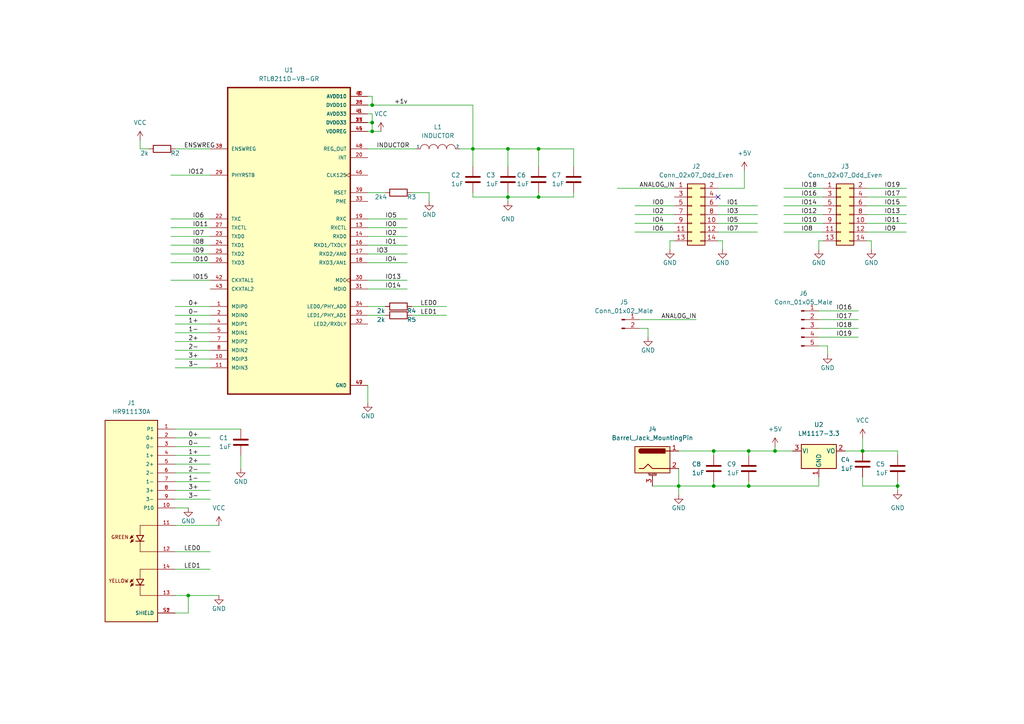
<source format=kicad_sch>
(kicad_sch (version 20211123) (generator eeschema)

  (uuid cd3d75a1-5a4e-45d7-b725-383f96070786)

  (paper "A4")

  (lib_symbols
    (symbol "Barrel_Jack_MountingPin_1" (pin_names hide) (in_bom yes) (on_board yes)
      (property "Reference" "J5" (id 0) (at 0 8.89 0)
        (effects (font (size 1.27 1.27)))
      )
      (property "Value" "Barrel_Jack_MountingPin_1" (id 1) (at 0 6.35 0)
        (effects (font (size 1.27 1.27)))
      )
      (property "Footprint" "Connector_BarrelJack:BarrelJack_CLIFF_FC681465S_SMT_Horizontal" (id 2) (at 1.27 -1.016 0)
        (effects (font (size 1.27 1.27)) hide)
      )
      (property "Datasheet" "~" (id 3) (at 1.27 -1.016 0)
        (effects (font (size 1.27 1.27)) hide)
      )
      (property "ki_keywords" "DC power barrel jack connector" (id 4) (at 0 0 0)
        (effects (font (size 1.27 1.27)) hide)
      )
      (property "ki_description" "DC Barrel Jack with a mounting pin" (id 5) (at 0 0 0)
        (effects (font (size 1.27 1.27)) hide)
      )
      (property "ki_fp_filters" "BarrelJack*" (id 6) (at 0 0 0)
        (effects (font (size 1.27 1.27)) hide)
      )
      (symbol "Barrel_Jack_MountingPin_1_0_1"
        (rectangle (start -5.08 3.81) (end 5.08 -3.81)
          (stroke (width 0.254) (type default) (color 0 0 0 0))
          (fill (type background))
        )
        (arc (start -3.302 3.175) (mid -3.937 2.54) (end -3.302 1.905)
          (stroke (width 0.254) (type default) (color 0 0 0 0))
          (fill (type none))
        )
        (arc (start -3.302 3.175) (mid -3.937 2.54) (end -3.302 1.905)
          (stroke (width 0.254) (type default) (color 0 0 0 0))
          (fill (type outline))
        )
        (polyline
          (pts
            (xy 5.08 2.54)
            (xy 3.81 2.54)
          )
          (stroke (width 0.254) (type default) (color 0 0 0 0))
          (fill (type none))
        )
        (polyline
          (pts
            (xy -3.81 -2.54)
            (xy -2.54 -2.54)
            (xy -1.27 -1.27)
            (xy 0 -2.54)
            (xy 2.54 -2.54)
            (xy 5.08 -2.54)
          )
          (stroke (width 0.254) (type default) (color 0 0 0 0))
          (fill (type none))
        )
        (rectangle (start 3.683 3.175) (end -3.302 1.905)
          (stroke (width 0.254) (type default) (color 0 0 0 0))
          (fill (type outline))
        )
      )
      (symbol "Barrel_Jack_MountingPin_1_1_1"
        (polyline
          (pts
            (xy -1.016 -4.572)
            (xy 1.016 -4.572)
          )
          (stroke (width 0.1524) (type default) (color 0 0 0 0))
          (fill (type none))
        )
        (text "Mounting" (at 0 -4.191 0)
          (effects (font (size 0.381 0.381)))
        )
        (pin passive line (at 7.62 2.54 180) (length 2.54)
          (name "~" (effects (font (size 1.27 1.27))))
          (number "1" (effects (font (size 1.27 1.27))))
        )
        (pin passive line (at 7.62 -2.54 180) (length 2.54)
          (name "~" (effects (font (size 1.27 1.27))))
          (number "2" (effects (font (size 1.27 1.27))))
        )
        (pin passive line (at 0 -7.62 90) (length 3.048)
          (name "MountPin" (effects (font (size 1.27 1.27))))
          (number "3" (effects (font (size 1.27 1.27))))
        )
      )
    )
    (symbol "Connector:Conn_01x02_Male" (pin_names (offset 1.016) hide) (in_bom yes) (on_board yes)
      (property "Reference" "J" (id 0) (at 0 2.54 0)
        (effects (font (size 1.27 1.27)))
      )
      (property "Value" "Conn_01x02_Male" (id 1) (at 0 -5.08 0)
        (effects (font (size 1.27 1.27)))
      )
      (property "Footprint" "" (id 2) (at 0 0 0)
        (effects (font (size 1.27 1.27)) hide)
      )
      (property "Datasheet" "~" (id 3) (at 0 0 0)
        (effects (font (size 1.27 1.27)) hide)
      )
      (property "ki_keywords" "connector" (id 4) (at 0 0 0)
        (effects (font (size 1.27 1.27)) hide)
      )
      (property "ki_description" "Generic connector, single row, 01x02, script generated (kicad-library-utils/schlib/autogen/connector/)" (id 5) (at 0 0 0)
        (effects (font (size 1.27 1.27)) hide)
      )
      (property "ki_fp_filters" "Connector*:*_1x??_*" (id 6) (at 0 0 0)
        (effects (font (size 1.27 1.27)) hide)
      )
      (symbol "Conn_01x02_Male_1_1"
        (polyline
          (pts
            (xy 1.27 -2.54)
            (xy 0.8636 -2.54)
          )
          (stroke (width 0.1524) (type default) (color 0 0 0 0))
          (fill (type none))
        )
        (polyline
          (pts
            (xy 1.27 0)
            (xy 0.8636 0)
          )
          (stroke (width 0.1524) (type default) (color 0 0 0 0))
          (fill (type none))
        )
        (rectangle (start 0.8636 -2.413) (end 0 -2.667)
          (stroke (width 0.1524) (type default) (color 0 0 0 0))
          (fill (type outline))
        )
        (rectangle (start 0.8636 0.127) (end 0 -0.127)
          (stroke (width 0.1524) (type default) (color 0 0 0 0))
          (fill (type outline))
        )
        (pin passive line (at 5.08 0 180) (length 3.81)
          (name "Pin_1" (effects (font (size 1.27 1.27))))
          (number "1" (effects (font (size 1.27 1.27))))
        )
        (pin passive line (at 5.08 -2.54 180) (length 3.81)
          (name "Pin_2" (effects (font (size 1.27 1.27))))
          (number "2" (effects (font (size 1.27 1.27))))
        )
      )
    )
    (symbol "Connector:Conn_01x05_Male" (pin_names (offset 1.016) hide) (in_bom yes) (on_board yes)
      (property "Reference" "J" (id 0) (at 0 7.62 0)
        (effects (font (size 1.27 1.27)))
      )
      (property "Value" "Conn_01x05_Male" (id 1) (at 0 -7.62 0)
        (effects (font (size 1.27 1.27)))
      )
      (property "Footprint" "" (id 2) (at 0 0 0)
        (effects (font (size 1.27 1.27)) hide)
      )
      (property "Datasheet" "~" (id 3) (at 0 0 0)
        (effects (font (size 1.27 1.27)) hide)
      )
      (property "ki_keywords" "connector" (id 4) (at 0 0 0)
        (effects (font (size 1.27 1.27)) hide)
      )
      (property "ki_description" "Generic connector, single row, 01x05, script generated (kicad-library-utils/schlib/autogen/connector/)" (id 5) (at 0 0 0)
        (effects (font (size 1.27 1.27)) hide)
      )
      (property "ki_fp_filters" "Connector*:*_1x??_*" (id 6) (at 0 0 0)
        (effects (font (size 1.27 1.27)) hide)
      )
      (symbol "Conn_01x05_Male_1_1"
        (polyline
          (pts
            (xy 1.27 -5.08)
            (xy 0.8636 -5.08)
          )
          (stroke (width 0.1524) (type default) (color 0 0 0 0))
          (fill (type none))
        )
        (polyline
          (pts
            (xy 1.27 -2.54)
            (xy 0.8636 -2.54)
          )
          (stroke (width 0.1524) (type default) (color 0 0 0 0))
          (fill (type none))
        )
        (polyline
          (pts
            (xy 1.27 0)
            (xy 0.8636 0)
          )
          (stroke (width 0.1524) (type default) (color 0 0 0 0))
          (fill (type none))
        )
        (polyline
          (pts
            (xy 1.27 2.54)
            (xy 0.8636 2.54)
          )
          (stroke (width 0.1524) (type default) (color 0 0 0 0))
          (fill (type none))
        )
        (polyline
          (pts
            (xy 1.27 5.08)
            (xy 0.8636 5.08)
          )
          (stroke (width 0.1524) (type default) (color 0 0 0 0))
          (fill (type none))
        )
        (rectangle (start 0.8636 -4.953) (end 0 -5.207)
          (stroke (width 0.1524) (type default) (color 0 0 0 0))
          (fill (type outline))
        )
        (rectangle (start 0.8636 -2.413) (end 0 -2.667)
          (stroke (width 0.1524) (type default) (color 0 0 0 0))
          (fill (type outline))
        )
        (rectangle (start 0.8636 0.127) (end 0 -0.127)
          (stroke (width 0.1524) (type default) (color 0 0 0 0))
          (fill (type outline))
        )
        (rectangle (start 0.8636 2.667) (end 0 2.413)
          (stroke (width 0.1524) (type default) (color 0 0 0 0))
          (fill (type outline))
        )
        (rectangle (start 0.8636 5.207) (end 0 4.953)
          (stroke (width 0.1524) (type default) (color 0 0 0 0))
          (fill (type outline))
        )
        (pin passive line (at 5.08 5.08 180) (length 3.81)
          (name "Pin_1" (effects (font (size 1.27 1.27))))
          (number "1" (effects (font (size 1.27 1.27))))
        )
        (pin passive line (at 5.08 2.54 180) (length 3.81)
          (name "Pin_2" (effects (font (size 1.27 1.27))))
          (number "2" (effects (font (size 1.27 1.27))))
        )
        (pin passive line (at 5.08 0 180) (length 3.81)
          (name "Pin_3" (effects (font (size 1.27 1.27))))
          (number "3" (effects (font (size 1.27 1.27))))
        )
        (pin passive line (at 5.08 -2.54 180) (length 3.81)
          (name "Pin_4" (effects (font (size 1.27 1.27))))
          (number "4" (effects (font (size 1.27 1.27))))
        )
        (pin passive line (at 5.08 -5.08 180) (length 3.81)
          (name "Pin_5" (effects (font (size 1.27 1.27))))
          (number "5" (effects (font (size 1.27 1.27))))
        )
      )
    )
    (symbol "Connector_Generic:Conn_02x07_Odd_Even" (pin_names (offset 1.016) hide) (in_bom yes) (on_board yes)
      (property "Reference" "J" (id 0) (at 1.27 10.16 0)
        (effects (font (size 1.27 1.27)))
      )
      (property "Value" "Conn_02x07_Odd_Even" (id 1) (at 1.27 -10.16 0)
        (effects (font (size 1.27 1.27)))
      )
      (property "Footprint" "" (id 2) (at 0 0 0)
        (effects (font (size 1.27 1.27)) hide)
      )
      (property "Datasheet" "~" (id 3) (at 0 0 0)
        (effects (font (size 1.27 1.27)) hide)
      )
      (property "ki_keywords" "connector" (id 4) (at 0 0 0)
        (effects (font (size 1.27 1.27)) hide)
      )
      (property "ki_description" "Generic connector, double row, 02x07, odd/even pin numbering scheme (row 1 odd numbers, row 2 even numbers), script generated (kicad-library-utils/schlib/autogen/connector/)" (id 5) (at 0 0 0)
        (effects (font (size 1.27 1.27)) hide)
      )
      (property "ki_fp_filters" "Connector*:*_2x??_*" (id 6) (at 0 0 0)
        (effects (font (size 1.27 1.27)) hide)
      )
      (symbol "Conn_02x07_Odd_Even_1_1"
        (rectangle (start -1.27 -7.493) (end 0 -7.747)
          (stroke (width 0.1524) (type default) (color 0 0 0 0))
          (fill (type none))
        )
        (rectangle (start -1.27 -4.953) (end 0 -5.207)
          (stroke (width 0.1524) (type default) (color 0 0 0 0))
          (fill (type none))
        )
        (rectangle (start -1.27 -2.413) (end 0 -2.667)
          (stroke (width 0.1524) (type default) (color 0 0 0 0))
          (fill (type none))
        )
        (rectangle (start -1.27 0.127) (end 0 -0.127)
          (stroke (width 0.1524) (type default) (color 0 0 0 0))
          (fill (type none))
        )
        (rectangle (start -1.27 2.667) (end 0 2.413)
          (stroke (width 0.1524) (type default) (color 0 0 0 0))
          (fill (type none))
        )
        (rectangle (start -1.27 5.207) (end 0 4.953)
          (stroke (width 0.1524) (type default) (color 0 0 0 0))
          (fill (type none))
        )
        (rectangle (start -1.27 7.747) (end 0 7.493)
          (stroke (width 0.1524) (type default) (color 0 0 0 0))
          (fill (type none))
        )
        (rectangle (start -1.27 8.89) (end 3.81 -8.89)
          (stroke (width 0.254) (type default) (color 0 0 0 0))
          (fill (type background))
        )
        (rectangle (start 3.81 -7.493) (end 2.54 -7.747)
          (stroke (width 0.1524) (type default) (color 0 0 0 0))
          (fill (type none))
        )
        (rectangle (start 3.81 -4.953) (end 2.54 -5.207)
          (stroke (width 0.1524) (type default) (color 0 0 0 0))
          (fill (type none))
        )
        (rectangle (start 3.81 -2.413) (end 2.54 -2.667)
          (stroke (width 0.1524) (type default) (color 0 0 0 0))
          (fill (type none))
        )
        (rectangle (start 3.81 0.127) (end 2.54 -0.127)
          (stroke (width 0.1524) (type default) (color 0 0 0 0))
          (fill (type none))
        )
        (rectangle (start 3.81 2.667) (end 2.54 2.413)
          (stroke (width 0.1524) (type default) (color 0 0 0 0))
          (fill (type none))
        )
        (rectangle (start 3.81 5.207) (end 2.54 4.953)
          (stroke (width 0.1524) (type default) (color 0 0 0 0))
          (fill (type none))
        )
        (rectangle (start 3.81 7.747) (end 2.54 7.493)
          (stroke (width 0.1524) (type default) (color 0 0 0 0))
          (fill (type none))
        )
        (pin passive line (at -5.08 7.62 0) (length 3.81)
          (name "Pin_1" (effects (font (size 1.27 1.27))))
          (number "1" (effects (font (size 1.27 1.27))))
        )
        (pin passive line (at 7.62 -2.54 180) (length 3.81)
          (name "Pin_10" (effects (font (size 1.27 1.27))))
          (number "10" (effects (font (size 1.27 1.27))))
        )
        (pin passive line (at -5.08 -5.08 0) (length 3.81)
          (name "Pin_11" (effects (font (size 1.27 1.27))))
          (number "11" (effects (font (size 1.27 1.27))))
        )
        (pin passive line (at 7.62 -5.08 180) (length 3.81)
          (name "Pin_12" (effects (font (size 1.27 1.27))))
          (number "12" (effects (font (size 1.27 1.27))))
        )
        (pin passive line (at -5.08 -7.62 0) (length 3.81)
          (name "Pin_13" (effects (font (size 1.27 1.27))))
          (number "13" (effects (font (size 1.27 1.27))))
        )
        (pin passive line (at 7.62 -7.62 180) (length 3.81)
          (name "Pin_14" (effects (font (size 1.27 1.27))))
          (number "14" (effects (font (size 1.27 1.27))))
        )
        (pin passive line (at 7.62 7.62 180) (length 3.81)
          (name "Pin_2" (effects (font (size 1.27 1.27))))
          (number "2" (effects (font (size 1.27 1.27))))
        )
        (pin passive line (at -5.08 5.08 0) (length 3.81)
          (name "Pin_3" (effects (font (size 1.27 1.27))))
          (number "3" (effects (font (size 1.27 1.27))))
        )
        (pin passive line (at 7.62 5.08 180) (length 3.81)
          (name "Pin_4" (effects (font (size 1.27 1.27))))
          (number "4" (effects (font (size 1.27 1.27))))
        )
        (pin passive line (at -5.08 2.54 0) (length 3.81)
          (name "Pin_5" (effects (font (size 1.27 1.27))))
          (number "5" (effects (font (size 1.27 1.27))))
        )
        (pin passive line (at 7.62 2.54 180) (length 3.81)
          (name "Pin_6" (effects (font (size 1.27 1.27))))
          (number "6" (effects (font (size 1.27 1.27))))
        )
        (pin passive line (at -5.08 0 0) (length 3.81)
          (name "Pin_7" (effects (font (size 1.27 1.27))))
          (number "7" (effects (font (size 1.27 1.27))))
        )
        (pin passive line (at 7.62 0 180) (length 3.81)
          (name "Pin_8" (effects (font (size 1.27 1.27))))
          (number "8" (effects (font (size 1.27 1.27))))
        )
        (pin passive line (at -5.08 -2.54 0) (length 3.81)
          (name "Pin_9" (effects (font (size 1.27 1.27))))
          (number "9" (effects (font (size 1.27 1.27))))
        )
      )
    )
    (symbol "Device:C" (pin_numbers hide) (pin_names (offset 0.254)) (in_bom yes) (on_board yes)
      (property "Reference" "C" (id 0) (at 0.635 2.54 0)
        (effects (font (size 1.27 1.27)) (justify left))
      )
      (property "Value" "C" (id 1) (at 0.635 -2.54 0)
        (effects (font (size 1.27 1.27)) (justify left))
      )
      (property "Footprint" "" (id 2) (at 0.9652 -3.81 0)
        (effects (font (size 1.27 1.27)) hide)
      )
      (property "Datasheet" "~" (id 3) (at 0 0 0)
        (effects (font (size 1.27 1.27)) hide)
      )
      (property "ki_keywords" "cap capacitor" (id 4) (at 0 0 0)
        (effects (font (size 1.27 1.27)) hide)
      )
      (property "ki_description" "Unpolarized capacitor" (id 5) (at 0 0 0)
        (effects (font (size 1.27 1.27)) hide)
      )
      (property "ki_fp_filters" "C_*" (id 6) (at 0 0 0)
        (effects (font (size 1.27 1.27)) hide)
      )
      (symbol "C_0_1"
        (polyline
          (pts
            (xy -2.032 -0.762)
            (xy 2.032 -0.762)
          )
          (stroke (width 0.508) (type default) (color 0 0 0 0))
          (fill (type none))
        )
        (polyline
          (pts
            (xy -2.032 0.762)
            (xy 2.032 0.762)
          )
          (stroke (width 0.508) (type default) (color 0 0 0 0))
          (fill (type none))
        )
      )
      (symbol "C_1_1"
        (pin passive line (at 0 3.81 270) (length 2.794)
          (name "~" (effects (font (size 1.27 1.27))))
          (number "1" (effects (font (size 1.27 1.27))))
        )
        (pin passive line (at 0 -3.81 90) (length 2.794)
          (name "~" (effects (font (size 1.27 1.27))))
          (number "2" (effects (font (size 1.27 1.27))))
        )
      )
    )
    (symbol "Device:R" (pin_numbers hide) (pin_names (offset 0)) (in_bom yes) (on_board yes)
      (property "Reference" "R" (id 0) (at 2.032 0 90)
        (effects (font (size 1.27 1.27)))
      )
      (property "Value" "R" (id 1) (at 0 0 90)
        (effects (font (size 1.27 1.27)))
      )
      (property "Footprint" "" (id 2) (at -1.778 0 90)
        (effects (font (size 1.27 1.27)) hide)
      )
      (property "Datasheet" "~" (id 3) (at 0 0 0)
        (effects (font (size 1.27 1.27)) hide)
      )
      (property "ki_keywords" "R res resistor" (id 4) (at 0 0 0)
        (effects (font (size 1.27 1.27)) hide)
      )
      (property "ki_description" "Resistor" (id 5) (at 0 0 0)
        (effects (font (size 1.27 1.27)) hide)
      )
      (property "ki_fp_filters" "R_*" (id 6) (at 0 0 0)
        (effects (font (size 1.27 1.27)) hide)
      )
      (symbol "R_0_1"
        (rectangle (start -1.016 -2.54) (end 1.016 2.54)
          (stroke (width 0.254) (type default) (color 0 0 0 0))
          (fill (type none))
        )
      )
      (symbol "R_1_1"
        (pin passive line (at 0 3.81 270) (length 1.27)
          (name "~" (effects (font (size 1.27 1.27))))
          (number "1" (effects (font (size 1.27 1.27))))
        )
        (pin passive line (at 0 -3.81 90) (length 1.27)
          (name "~" (effects (font (size 1.27 1.27))))
          (number "2" (effects (font (size 1.27 1.27))))
        )
      )
    )
    (symbol "HR911130A:HR911130A" (pin_names (offset 1.016)) (in_bom yes) (on_board yes)
      (property "Reference" "J1" (id 0) (at 0 33.02 0)
        (effects (font (size 1.27 1.27)))
      )
      (property "Value" "HR911130A" (id 1) (at 0 30.48 0)
        (effects (font (size 1.27 1.27)))
      )
      (property "Footprint" "Connector_RJ:HANRUN_HR911130A" (id 2) (at 0 0 0)
        (effects (font (size 1.27 1.27)) (justify bottom) hide)
      )
      (property "Datasheet" "" (id 3) (at 0 0 0)
        (effects (font (size 1.27 1.27)) hide)
      )
      (property "MF" "hanrun" (id 4) (at 0 0 0)
        (effects (font (size 1.27 1.27)) (justify bottom) hide)
      )
      (property "MAXIMUM_PACKAGE_HEIGHT" "13.75 mm" (id 5) (at 0 0 0)
        (effects (font (size 1.27 1.27)) (justify bottom) hide)
      )
      (property "Package" "None" (id 6) (at 0 0 0)
        (effects (font (size 1.27 1.27)) (justify bottom) hide)
      )
      (property "Price" "None" (id 7) (at 0 0 0)
        (effects (font (size 1.27 1.27)) (justify bottom) hide)
      )
      (property "Check_prices" "https://www.snapeda.com/parts/HR911130A/HanRun/view-part/?ref=eda" (id 8) (at 0 0 0)
        (effects (font (size 1.27 1.27)) (justify bottom) hide)
      )
      (property "STANDARD" "Manufacturer Recommendations" (id 9) (at 0 0 0)
        (effects (font (size 1.27 1.27)) (justify bottom) hide)
      )
      (property "PARTREV" "A" (id 10) (at 0 0 0)
        (effects (font (size 1.27 1.27)) (justify bottom) hide)
      )
      (property "SnapEDA_Link" "https://www.snapeda.com/parts/HR911130A/HanRun/view-part/?ref=snap" (id 11) (at 0 0 0)
        (effects (font (size 1.27 1.27)) (justify bottom) hide)
      )
      (property "MP" "HR911130A" (id 12) (at 0 0 0)
        (effects (font (size 1.27 1.27)) (justify bottom) hide)
      )
      (property "Description" "\n                        \n                            \n                        \n" (id 13) (at 0 0 0)
        (effects (font (size 1.27 1.27)) (justify bottom) hide)
      )
      (property "Availability" "In Stock" (id 14) (at 0 0 0)
        (effects (font (size 1.27 1.27)) (justify bottom) hide)
      )
      (property "MANUFACTURER" "HanRun" (id 15) (at 0 0 0)
        (effects (font (size 1.27 1.27)) (justify bottom) hide)
      )
      (symbol "HR911130A_0_0"
        (rectangle (start -7.62 -30.48) (end 7.62 27.94)
          (stroke (width 0.254) (type default) (color 0 0 0 0))
          (fill (type background))
        )
        (polyline
          (pts
            (xy -7.62 -15.24)
            (xy -2.54 -15.24)
          )
          (stroke (width 0.1524) (type default) (color 0 0 0 0))
          (fill (type none))
        )
        (polyline
          (pts
            (xy -7.62 -2.54)
            (xy -2.54 -2.54)
          )
          (stroke (width 0.1524) (type default) (color 0 0 0 0))
          (fill (type none))
        )
        (polyline
          (pts
            (xy -3.683 -19.812)
            (xy -2.54 -19.812)
          )
          (stroke (width 0.254) (type default) (color 0 0 0 0))
          (fill (type none))
        )
        (polyline
          (pts
            (xy -3.683 -7.112)
            (xy -2.54 -7.112)
          )
          (stroke (width 0.254) (type default) (color 0 0 0 0))
          (fill (type none))
        )
        (polyline
          (pts
            (xy -3.556 -18.161)
            (xy -2.54 -19.812)
          )
          (stroke (width 0.254) (type default) (color 0 0 0 0))
          (fill (type none))
        )
        (polyline
          (pts
            (xy -3.556 -18.161)
            (xy -1.524 -18.161)
          )
          (stroke (width 0.254) (type default) (color 0 0 0 0))
          (fill (type none))
        )
        (polyline
          (pts
            (xy -3.556 -5.461)
            (xy -2.54 -7.112)
          )
          (stroke (width 0.254) (type default) (color 0 0 0 0))
          (fill (type none))
        )
        (polyline
          (pts
            (xy -3.556 -5.461)
            (xy -1.524 -5.461)
          )
          (stroke (width 0.254) (type default) (color 0 0 0 0))
          (fill (type none))
        )
        (polyline
          (pts
            (xy -2.54 -22.86)
            (xy -7.62 -22.86)
          )
          (stroke (width 0.1524) (type default) (color 0 0 0 0))
          (fill (type none))
        )
        (polyline
          (pts
            (xy -2.54 -19.939)
            (xy -2.54 -22.86)
          )
          (stroke (width 0.1524) (type default) (color 0 0 0 0))
          (fill (type none))
        )
        (polyline
          (pts
            (xy -2.54 -19.812)
            (xy -1.524 -18.161)
          )
          (stroke (width 0.254) (type default) (color 0 0 0 0))
          (fill (type none))
        )
        (polyline
          (pts
            (xy -2.54 -19.812)
            (xy -1.27 -19.812)
          )
          (stroke (width 0.254) (type default) (color 0 0 0 0))
          (fill (type none))
        )
        (polyline
          (pts
            (xy -2.54 -15.24)
            (xy -2.54 -18.034)
          )
          (stroke (width 0.1524) (type default) (color 0 0 0 0))
          (fill (type none))
        )
        (polyline
          (pts
            (xy -2.54 -10.16)
            (xy -7.62 -10.16)
          )
          (stroke (width 0.1524) (type default) (color 0 0 0 0))
          (fill (type none))
        )
        (polyline
          (pts
            (xy -2.54 -7.239)
            (xy -2.54 -10.16)
          )
          (stroke (width 0.1524) (type default) (color 0 0 0 0))
          (fill (type none))
        )
        (polyline
          (pts
            (xy -2.54 -7.112)
            (xy -1.524 -5.461)
          )
          (stroke (width 0.254) (type default) (color 0 0 0 0))
          (fill (type none))
        )
        (polyline
          (pts
            (xy -2.54 -7.112)
            (xy -1.27 -7.112)
          )
          (stroke (width 0.254) (type default) (color 0 0 0 0))
          (fill (type none))
        )
        (polyline
          (pts
            (xy -2.54 -2.54)
            (xy -2.54 -5.334)
          )
          (stroke (width 0.1524) (type default) (color 0 0 0 0))
          (fill (type none))
        )
        (polyline
          (pts
            (xy -0.762 -19.177)
            (xy 0.254 -20.193)
          )
          (stroke (width 0.1524) (type default) (color 0 0 0 0))
          (fill (type none))
        )
        (polyline
          (pts
            (xy -0.762 -6.477)
            (xy 0.254 -7.493)
          )
          (stroke (width 0.1524) (type default) (color 0 0 0 0))
          (fill (type none))
        )
        (polyline
          (pts
            (xy -0.635 -18.034)
            (xy 0.381 -19.05)
          )
          (stroke (width 0.1524) (type default) (color 0 0 0 0))
          (fill (type none))
        )
        (polyline
          (pts
            (xy -0.635 -5.334)
            (xy 0.381 -6.35)
          )
          (stroke (width 0.1524) (type default) (color 0 0 0 0))
          (fill (type none))
        )
        (polyline
          (pts
            (xy 0.254 -20.193)
            (xy -0.127 -19.304)
            (xy -0.635 -19.812)
            (xy 0.254 -20.193)
          )
          (stroke (width 0.1524) (type default) (color 0 0 0 0))
          (fill (type outline))
        )
        (polyline
          (pts
            (xy 0.254 -7.493)
            (xy -0.127 -6.604)
            (xy -0.635 -7.112)
            (xy 0.254 -7.493)
          )
          (stroke (width 0.1524) (type default) (color 0 0 0 0))
          (fill (type outline))
        )
        (polyline
          (pts
            (xy 0.381 -19.05)
            (xy 0 -18.161)
            (xy -0.508 -18.669)
            (xy 0.381 -19.05)
          )
          (stroke (width 0.1524) (type default) (color 0 0 0 0))
          (fill (type outline))
        )
        (polyline
          (pts
            (xy 0.381 -6.35)
            (xy 0 -5.461)
            (xy -0.508 -5.969)
            (xy 0.381 -6.35)
          )
          (stroke (width 0.1524) (type default) (color 0 0 0 0))
          (fill (type outline))
        )
        (text "GREEN" (at 0.762 -5.334 0)
          (effects (font (size 1.016 1.016)) (justify left top))
        )
        (text "YELLOW" (at 0.762 -18.034 0)
          (effects (font (size 1.016 1.016)) (justify left top))
        )
        (pin passive line (at -12.7 25.4 0) (length 5.08)
          (name "P1" (effects (font (size 1.016 1.016))))
          (number "1" (effects (font (size 1.016 1.016))))
        )
        (pin passive line (at -12.7 2.54 0) (length 5.08)
          (name "P10" (effects (font (size 1.016 1.016))))
          (number "10" (effects (font (size 1.016 1.016))))
        )
        (pin passive line (at -12.7 -2.54 0) (length 5.08)
          (name "~" (effects (font (size 1.016 1.016))))
          (number "11" (effects (font (size 1.016 1.016))))
        )
        (pin passive line (at -12.7 -10.16 0) (length 5.08)
          (name "~" (effects (font (size 1.016 1.016))))
          (number "12" (effects (font (size 1.016 1.016))))
        )
        (pin passive line (at -12.7 -22.86 0) (length 5.08)
          (name "~" (effects (font (size 1.016 1.016))))
          (number "13" (effects (font (size 1.016 1.016))))
        )
        (pin passive line (at -12.7 -15.24 0) (length 5.08)
          (name "~" (effects (font (size 1.016 1.016))))
          (number "14" (effects (font (size 1.016 1.016))))
        )
        (pin passive line (at -12.7 22.86 0) (length 5.08)
          (name "0+" (effects (font (size 1.016 1.016))))
          (number "2" (effects (font (size 1.016 1.016))))
        )
        (pin passive line (at -12.7 20.32 0) (length 5.08)
          (name "0-" (effects (font (size 1.016 1.016))))
          (number "3" (effects (font (size 1.016 1.016))))
        )
        (pin passive line (at -12.7 17.78 0) (length 5.08)
          (name "1+" (effects (font (size 1.016 1.016))))
          (number "4" (effects (font (size 1.016 1.016))))
        )
        (pin passive line (at -12.7 15.24 0) (length 5.08)
          (name "2+" (effects (font (size 1.016 1.016))))
          (number "5" (effects (font (size 1.016 1.016))))
        )
        (pin passive line (at -12.7 12.7 0) (length 5.08)
          (name "2-" (effects (font (size 1.016 1.016))))
          (number "6" (effects (font (size 1.016 1.016))))
        )
        (pin passive line (at -12.7 10.16 0) (length 5.08)
          (name "1-" (effects (font (size 1.016 1.016))))
          (number "7" (effects (font (size 1.016 1.016))))
        )
        (pin passive line (at -12.7 7.62 0) (length 5.08)
          (name "3+" (effects (font (size 1.016 1.016))))
          (number "8" (effects (font (size 1.016 1.016))))
        )
        (pin passive line (at -12.7 5.08 0) (length 5.08)
          (name "3-" (effects (font (size 1.016 1.016))))
          (number "9" (effects (font (size 1.016 1.016))))
        )
        (pin passive line (at -12.7 -27.94 0) (length 5.08)
          (name "SHIELD" (effects (font (size 1.016 1.016))))
          (number "S1" (effects (font (size 1.016 1.016))))
        )
        (pin passive line (at -12.7 -27.94 0) (length 5.08)
          (name "SHIELD" (effects (font (size 1.016 1.016))))
          (number "S2" (effects (font (size 1.016 1.016))))
        )
      )
    )
    (symbol "RTL8211D-VB-GR:RTL8211D-VB-GR" (pin_names (offset 1.016)) (in_bom yes) (on_board yes)
      (property "Reference" "U" (id 0) (at -17.78 43.672 0)
        (effects (font (size 1.27 1.27)) (justify left bottom))
      )
      (property "Value" "RTL8211D-VB-GR" (id 1) (at -17.78 -48.196 0)
        (effects (font (size 1.27 1.27)) (justify left bottom))
      )
      (property "Footprint" "RTL8211D-VB-GR:QFN40P600X600X100-49N" (id 2) (at 0 0 0)
        (effects (font (size 1.27 1.27)) (justify bottom) hide)
      )
      (property "Datasheet" "" (id 3) (at 0 0 0)
        (effects (font (size 1.27 1.27)) hide)
      )
      (property "MF" "Realtek" (id 4) (at 0 0 0)
        (effects (font (size 1.27 1.27)) (justify bottom) hide)
      )
      (property "Description" "\n                        \n                            GbE PHY with EEE feature\n                        \n" (id 5) (at 0 0 0)
        (effects (font (size 1.27 1.27)) (justify bottom) hide)
      )
      (property "Package" "None" (id 6) (at 0 0 0)
        (effects (font (size 1.27 1.27)) (justify bottom) hide)
      )
      (property "Price" "None" (id 7) (at 0 0 0)
        (effects (font (size 1.27 1.27)) (justify bottom) hide)
      )
      (property "Check_prices" "https://www.snapeda.com/parts/RTL8211D-VB-GR/Realtek/view-part/?ref=eda" (id 8) (at 0 0 0)
        (effects (font (size 1.27 1.27)) (justify bottom) hide)
      )
      (property "STANDARD" "IPC-7351B" (id 9) (at 0 0 0)
        (effects (font (size 1.27 1.27)) (justify bottom) hide)
      )
      (property "PARTREV" "1.2" (id 10) (at 0 0 0)
        (effects (font (size 1.27 1.27)) (justify bottom) hide)
      )
      (property "SnapEDA_Link" "https://www.snapeda.com/parts/RTL8211D-VB-GR/Realtek/view-part/?ref=snap" (id 11) (at 0 0 0)
        (effects (font (size 1.27 1.27)) (justify bottom) hide)
      )
      (property "MP" "RTL8211D-VB-GR" (id 12) (at 0 0 0)
        (effects (font (size 1.27 1.27)) (justify bottom) hide)
      )
      (property "Availability" "In Stock" (id 13) (at 0 0 0)
        (effects (font (size 1.27 1.27)) (justify bottom) hide)
      )
      (property "MANUFACTURER" "Realtek" (id 14) (at 0 0 0)
        (effects (font (size 1.27 1.27)) (justify bottom) hide)
      )
      (symbol "RTL8211D-VB-GR_0_0"
        (rectangle (start -17.78 -45.72) (end 17.78 43.18)
          (stroke (width 0.41) (type default) (color 0 0 0 0))
          (fill (type background))
        )
        (pin bidirectional line (at -22.86 -20.32 0) (length 5.08)
          (name "MDIP0" (effects (font (size 1.016 1.016))))
          (number "1" (effects (font (size 1.016 1.016))))
        )
        (pin bidirectional line (at -22.86 -35.56 0) (length 5.08)
          (name "MDIP3" (effects (font (size 1.016 1.016))))
          (number "10" (effects (font (size 1.016 1.016))))
        )
        (pin bidirectional line (at -22.86 -38.1 0) (length 5.08)
          (name "MDIN3" (effects (font (size 1.016 1.016))))
          (number "11" (effects (font (size 1.016 1.016))))
        )
        (pin output line (at 22.86 2.54 180) (length 5.08)
          (name "RXCTL" (effects (font (size 1.016 1.016))))
          (number "13" (effects (font (size 1.016 1.016))))
        )
        (pin bidirectional line (at 22.86 0 180) (length 5.08)
          (name "RXD0" (effects (font (size 1.016 1.016))))
          (number "14" (effects (font (size 1.016 1.016))))
        )
        (pin power_in line (at 22.86 33.02 180) (length 5.08)
          (name "DVDD33" (effects (font (size 1.016 1.016))))
          (number "15" (effects (font (size 1.016 1.016))))
        )
        (pin bidirectional line (at 22.86 -2.54 180) (length 5.08)
          (name "RXD1/TXDLY" (effects (font (size 1.016 1.016))))
          (number "16" (effects (font (size 1.016 1.016))))
        )
        (pin bidirectional line (at 22.86 -5.08 180) (length 5.08)
          (name "RXD2/AN0" (effects (font (size 1.016 1.016))))
          (number "17" (effects (font (size 1.016 1.016))))
        )
        (pin bidirectional line (at 22.86 -7.62 180) (length 5.08)
          (name "RXD3/AN1" (effects (font (size 1.016 1.016))))
          (number "18" (effects (font (size 1.016 1.016))))
        )
        (pin output line (at 22.86 5.08 180) (length 5.08)
          (name "RXC" (effects (font (size 1.016 1.016))))
          (number "19" (effects (font (size 1.016 1.016))))
        )
        (pin bidirectional line (at -22.86 -22.86 0) (length 5.08)
          (name "MDIN0" (effects (font (size 1.016 1.016))))
          (number "2" (effects (font (size 1.016 1.016))))
        )
        (pin output line (at 22.86 22.86 180) (length 5.08)
          (name "INT" (effects (font (size 1.016 1.016))))
          (number "20" (effects (font (size 1.016 1.016))))
        )
        (pin power_in line (at 22.86 33.02 180) (length 5.08)
          (name "DVDD33" (effects (font (size 1.016 1.016))))
          (number "21" (effects (font (size 1.016 1.016))))
        )
        (pin input line (at -22.86 5.08 0) (length 5.08)
          (name "TXC" (effects (font (size 1.016 1.016))))
          (number "22" (effects (font (size 1.016 1.016))))
        )
        (pin input line (at -22.86 0 0) (length 5.08)
          (name "TXD0" (effects (font (size 1.016 1.016))))
          (number "23" (effects (font (size 1.016 1.016))))
        )
        (pin input line (at -22.86 -2.54 0) (length 5.08)
          (name "TXD1" (effects (font (size 1.016 1.016))))
          (number "24" (effects (font (size 1.016 1.016))))
        )
        (pin input line (at -22.86 -5.08 0) (length 5.08)
          (name "TXD2" (effects (font (size 1.016 1.016))))
          (number "25" (effects (font (size 1.016 1.016))))
        )
        (pin input line (at -22.86 -7.62 0) (length 5.08)
          (name "TXD3" (effects (font (size 1.016 1.016))))
          (number "26" (effects (font (size 1.016 1.016))))
        )
        (pin input line (at -22.86 2.54 0) (length 5.08)
          (name "TXCTL" (effects (font (size 1.016 1.016))))
          (number "27" (effects (font (size 1.016 1.016))))
        )
        (pin power_in line (at 22.86 38.1 180) (length 5.08)
          (name "DVDD10" (effects (font (size 1.016 1.016))))
          (number "28" (effects (font (size 1.016 1.016))))
        )
        (pin input line (at -22.86 17.78 0) (length 5.08)
          (name "PHYRSTB" (effects (font (size 1.016 1.016))))
          (number "29" (effects (font (size 1.016 1.016))))
        )
        (pin power_in line (at 22.86 40.64 180) (length 5.08)
          (name "AVDD10" (effects (font (size 1.016 1.016))))
          (number "3" (effects (font (size 1.016 1.016))))
        )
        (pin input clock (at 22.86 -12.7 180) (length 5.08)
          (name "MDC" (effects (font (size 1.016 1.016))))
          (number "30" (effects (font (size 1.016 1.016))))
        )
        (pin bidirectional line (at 22.86 -15.24 180) (length 5.08)
          (name "MDIO" (effects (font (size 1.016 1.016))))
          (number "31" (effects (font (size 1.016 1.016))))
        )
        (pin bidirectional line (at 22.86 -25.4 180) (length 5.08)
          (name "LED2/RXDLY" (effects (font (size 1.016 1.016))))
          (number "32" (effects (font (size 1.016 1.016))))
        )
        (pin output line (at 22.86 10.16 180) (length 5.08)
          (name "PME" (effects (font (size 1.016 1.016))))
          (number "33" (effects (font (size 1.016 1.016))))
        )
        (pin bidirectional line (at 22.86 -20.32 180) (length 5.08)
          (name "LED0/PHY_AD0" (effects (font (size 1.016 1.016))))
          (number "34" (effects (font (size 1.016 1.016))))
        )
        (pin bidirectional line (at 22.86 -22.86 180) (length 5.08)
          (name "LED1/PHY_AD1" (effects (font (size 1.016 1.016))))
          (number "35" (effects (font (size 1.016 1.016))))
        )
        (pin power_in line (at 22.86 38.1 180) (length 5.08)
          (name "DVDD10" (effects (font (size 1.016 1.016))))
          (number "36" (effects (font (size 1.016 1.016))))
        )
        (pin power_in line (at 22.86 33.02 180) (length 5.08)
          (name "DVDD33" (effects (font (size 1.016 1.016))))
          (number "37" (effects (font (size 1.016 1.016))))
        )
        (pin input line (at -22.86 25.4 0) (length 5.08)
          (name "ENSWREG" (effects (font (size 1.016 1.016))))
          (number "38" (effects (font (size 1.016 1.016))))
        )
        (pin output line (at 22.86 12.7 180) (length 5.08)
          (name "RSET" (effects (font (size 1.016 1.016))))
          (number "39" (effects (font (size 1.016 1.016))))
        )
        (pin bidirectional line (at -22.86 -25.4 0) (length 5.08)
          (name "MDIP1" (effects (font (size 1.016 1.016))))
          (number "4" (effects (font (size 1.016 1.016))))
        )
        (pin power_in line (at 22.86 40.64 180) (length 5.08)
          (name "AVDD10" (effects (font (size 1.016 1.016))))
          (number "40" (effects (font (size 1.016 1.016))))
        )
        (pin power_in line (at 22.86 35.56 180) (length 5.08)
          (name "AVDD33" (effects (font (size 1.016 1.016))))
          (number "41" (effects (font (size 1.016 1.016))))
        )
        (pin input line (at -22.86 -12.7 0) (length 5.08)
          (name "CKXTAL1" (effects (font (size 1.016 1.016))))
          (number "42" (effects (font (size 1.016 1.016))))
        )
        (pin output line (at -22.86 -15.24 0) (length 5.08)
          (name "CKXTAL2" (effects (font (size 1.016 1.016))))
          (number "43" (effects (font (size 1.016 1.016))))
        )
        (pin power_in line (at 22.86 30.48 180) (length 5.08)
          (name "VDDREG" (effects (font (size 1.016 1.016))))
          (number "44" (effects (font (size 1.016 1.016))))
        )
        (pin power_in line (at 22.86 30.48 180) (length 5.08)
          (name "VDDREG" (effects (font (size 1.016 1.016))))
          (number "45" (effects (font (size 1.016 1.016))))
        )
        (pin output clock (at 22.86 17.78 180) (length 5.08)
          (name "CLK125" (effects (font (size 1.016 1.016))))
          (number "46" (effects (font (size 1.016 1.016))))
        )
        (pin power_in line (at 22.86 -43.18 180) (length 5.08)
          (name "GND" (effects (font (size 1.016 1.016))))
          (number "47" (effects (font (size 1.016 1.016))))
        )
        (pin output line (at 22.86 25.4 180) (length 5.08)
          (name "REG_OUT" (effects (font (size 1.016 1.016))))
          (number "48" (effects (font (size 1.016 1.016))))
        )
        (pin power_in line (at 22.86 -43.18 180) (length 5.08)
          (name "GND" (effects (font (size 1.016 1.016))))
          (number "49" (effects (font (size 1.016 1.016))))
        )
        (pin bidirectional line (at -22.86 -27.94 0) (length 5.08)
          (name "MDIN1" (effects (font (size 1.016 1.016))))
          (number "5" (effects (font (size 1.016 1.016))))
        )
        (pin power_in line (at 22.86 35.56 180) (length 5.08)
          (name "AVDD33" (effects (font (size 1.016 1.016))))
          (number "6" (effects (font (size 1.016 1.016))))
        )
        (pin bidirectional line (at -22.86 -30.48 0) (length 5.08)
          (name "MDIP2" (effects (font (size 1.016 1.016))))
          (number "7" (effects (font (size 1.016 1.016))))
        )
        (pin bidirectional line (at -22.86 -33.02 0) (length 5.08)
          (name "MDIN2" (effects (font (size 1.016 1.016))))
          (number "8" (effects (font (size 1.016 1.016))))
        )
        (pin power_in line (at 22.86 40.64 180) (length 5.08)
          (name "AVDD10" (effects (font (size 1.016 1.016))))
          (number "9" (effects (font (size 1.016 1.016))))
        )
      )
    )
    (symbol "Regulator_Linear:LM1117-3.3" (pin_names (offset 0.254)) (in_bom yes) (on_board yes)
      (property "Reference" "U" (id 0) (at -3.81 3.175 0)
        (effects (font (size 1.27 1.27)))
      )
      (property "Value" "LM1117-3.3" (id 1) (at 0 3.175 0)
        (effects (font (size 1.27 1.27)) (justify left))
      )
      (property "Footprint" "" (id 2) (at 0 0 0)
        (effects (font (size 1.27 1.27)) hide)
      )
      (property "Datasheet" "http://www.ti.com/lit/ds/symlink/lm1117.pdf" (id 3) (at 0 0 0)
        (effects (font (size 1.27 1.27)) hide)
      )
      (property "ki_keywords" "linear regulator ldo fixed positive" (id 4) (at 0 0 0)
        (effects (font (size 1.27 1.27)) hide)
      )
      (property "ki_description" "800mA Low-Dropout Linear Regulator, 3.3V fixed output, TO-220/TO-252/TO-263/SOT-223" (id 5) (at 0 0 0)
        (effects (font (size 1.27 1.27)) hide)
      )
      (property "ki_fp_filters" "SOT?223* TO?263* TO?252* TO?220*" (id 6) (at 0 0 0)
        (effects (font (size 1.27 1.27)) hide)
      )
      (symbol "LM1117-3.3_0_1"
        (rectangle (start -5.08 -5.08) (end 5.08 1.905)
          (stroke (width 0.254) (type default) (color 0 0 0 0))
          (fill (type background))
        )
      )
      (symbol "LM1117-3.3_1_1"
        (pin power_in line (at 0 -7.62 90) (length 2.54)
          (name "GND" (effects (font (size 1.27 1.27))))
          (number "1" (effects (font (size 1.27 1.27))))
        )
        (pin power_out line (at 7.62 0 180) (length 2.54)
          (name "VO" (effects (font (size 1.27 1.27))))
          (number "2" (effects (font (size 1.27 1.27))))
        )
        (pin power_in line (at -7.62 0 0) (length 2.54)
          (name "VI" (effects (font (size 1.27 1.27))))
          (number "3" (effects (font (size 1.27 1.27))))
        )
      )
    )
    (symbol "power:+5V" (power) (pin_names (offset 0)) (in_bom yes) (on_board yes)
      (property "Reference" "#PWR" (id 0) (at 0 -3.81 0)
        (effects (font (size 1.27 1.27)) hide)
      )
      (property "Value" "+5V" (id 1) (at 0 3.556 0)
        (effects (font (size 1.27 1.27)))
      )
      (property "Footprint" "" (id 2) (at 0 0 0)
        (effects (font (size 1.27 1.27)) hide)
      )
      (property "Datasheet" "" (id 3) (at 0 0 0)
        (effects (font (size 1.27 1.27)) hide)
      )
      (property "ki_keywords" "global power" (id 4) (at 0 0 0)
        (effects (font (size 1.27 1.27)) hide)
      )
      (property "ki_description" "Power symbol creates a global label with name \"+5V\"" (id 5) (at 0 0 0)
        (effects (font (size 1.27 1.27)) hide)
      )
      (symbol "+5V_0_1"
        (polyline
          (pts
            (xy -0.762 1.27)
            (xy 0 2.54)
          )
          (stroke (width 0) (type default) (color 0 0 0 0))
          (fill (type none))
        )
        (polyline
          (pts
            (xy 0 0)
            (xy 0 2.54)
          )
          (stroke (width 0) (type default) (color 0 0 0 0))
          (fill (type none))
        )
        (polyline
          (pts
            (xy 0 2.54)
            (xy 0.762 1.27)
          )
          (stroke (width 0) (type default) (color 0 0 0 0))
          (fill (type none))
        )
      )
      (symbol "+5V_1_1"
        (pin power_in line (at 0 0 90) (length 0) hide
          (name "+5V" (effects (font (size 1.27 1.27))))
          (number "1" (effects (font (size 1.27 1.27))))
        )
      )
    )
    (symbol "power:GND" (power) (pin_names (offset 0)) (in_bom yes) (on_board yes)
      (property "Reference" "#PWR" (id 0) (at 0 -6.35 0)
        (effects (font (size 1.27 1.27)) hide)
      )
      (property "Value" "GND" (id 1) (at 0 -3.81 0)
        (effects (font (size 1.27 1.27)))
      )
      (property "Footprint" "" (id 2) (at 0 0 0)
        (effects (font (size 1.27 1.27)) hide)
      )
      (property "Datasheet" "" (id 3) (at 0 0 0)
        (effects (font (size 1.27 1.27)) hide)
      )
      (property "ki_keywords" "global power" (id 4) (at 0 0 0)
        (effects (font (size 1.27 1.27)) hide)
      )
      (property "ki_description" "Power symbol creates a global label with name \"GND\" , ground" (id 5) (at 0 0 0)
        (effects (font (size 1.27 1.27)) hide)
      )
      (symbol "GND_0_1"
        (polyline
          (pts
            (xy 0 0)
            (xy 0 -1.27)
            (xy 1.27 -1.27)
            (xy 0 -2.54)
            (xy -1.27 -1.27)
            (xy 0 -1.27)
          )
          (stroke (width 0) (type default) (color 0 0 0 0))
          (fill (type none))
        )
      )
      (symbol "GND_1_1"
        (pin power_in line (at 0 0 270) (length 0) hide
          (name "GND" (effects (font (size 1.27 1.27))))
          (number "1" (effects (font (size 1.27 1.27))))
        )
      )
    )
    (symbol "power:VCC" (power) (pin_names (offset 0)) (in_bom yes) (on_board yes)
      (property "Reference" "#PWR" (id 0) (at 0 -3.81 0)
        (effects (font (size 1.27 1.27)) hide)
      )
      (property "Value" "VCC" (id 1) (at 0 3.81 0)
        (effects (font (size 1.27 1.27)))
      )
      (property "Footprint" "" (id 2) (at 0 0 0)
        (effects (font (size 1.27 1.27)) hide)
      )
      (property "Datasheet" "" (id 3) (at 0 0 0)
        (effects (font (size 1.27 1.27)) hide)
      )
      (property "ki_keywords" "global power" (id 4) (at 0 0 0)
        (effects (font (size 1.27 1.27)) hide)
      )
      (property "ki_description" "Power symbol creates a global label with name \"VCC\"" (id 5) (at 0 0 0)
        (effects (font (size 1.27 1.27)) hide)
      )
      (symbol "VCC_0_1"
        (polyline
          (pts
            (xy -0.762 1.27)
            (xy 0 2.54)
          )
          (stroke (width 0) (type default) (color 0 0 0 0))
          (fill (type none))
        )
        (polyline
          (pts
            (xy 0 0)
            (xy 0 2.54)
          )
          (stroke (width 0) (type default) (color 0 0 0 0))
          (fill (type none))
        )
        (polyline
          (pts
            (xy 0 2.54)
            (xy 0.762 1.27)
          )
          (stroke (width 0) (type default) (color 0 0 0 0))
          (fill (type none))
        )
      )
      (symbol "VCC_1_1"
        (pin power_in line (at 0 0 90) (length 0) hide
          (name "VCC" (effects (font (size 1.27 1.27))))
          (number "1" (effects (font (size 1.27 1.27))))
        )
      )
    )
    (symbol "pspice:INDUCTOR" (pin_numbers hide) (pin_names (offset 0)) (in_bom yes) (on_board yes)
      (property "Reference" "L" (id 0) (at 0 2.54 0)
        (effects (font (size 1.27 1.27)))
      )
      (property "Value" "INDUCTOR" (id 1) (at 0 -1.27 0)
        (effects (font (size 1.27 1.27)))
      )
      (property "Footprint" "" (id 2) (at 0 0 0)
        (effects (font (size 1.27 1.27)) hide)
      )
      (property "Datasheet" "~" (id 3) (at 0 0 0)
        (effects (font (size 1.27 1.27)) hide)
      )
      (property "ki_keywords" "simulation" (id 4) (at 0 0 0)
        (effects (font (size 1.27 1.27)) hide)
      )
      (property "ki_description" "Inductor symbol for simulation only" (id 5) (at 0 0 0)
        (effects (font (size 1.27 1.27)) hide)
      )
      (symbol "INDUCTOR_0_1"
        (arc (start -2.54 0) (mid -3.81 1.27) (end -5.08 0)
          (stroke (width 0) (type default) (color 0 0 0 0))
          (fill (type none))
        )
        (arc (start 0 0) (mid -1.27 1.27) (end -2.54 0)
          (stroke (width 0) (type default) (color 0 0 0 0))
          (fill (type none))
        )
        (arc (start 2.54 0) (mid 1.27 1.27) (end 0 0)
          (stroke (width 0) (type default) (color 0 0 0 0))
          (fill (type none))
        )
        (arc (start 5.08 0) (mid 3.81 1.27) (end 2.54 0)
          (stroke (width 0) (type default) (color 0 0 0 0))
          (fill (type none))
        )
      )
      (symbol "INDUCTOR_1_1"
        (pin input line (at -6.35 0 0) (length 1.27)
          (name "1" (effects (font (size 0.762 0.762))))
          (number "1" (effects (font (size 0.762 0.762))))
        )
        (pin input line (at 6.35 0 180) (length 1.27)
          (name "2" (effects (font (size 0.762 0.762))))
          (number "2" (effects (font (size 0.762 0.762))))
        )
      )
    )
  )

  (junction (at 147.32 43.18) (diameter 0) (color 0 0 0 0)
    (uuid 01aae360-a88f-40db-aac1-c5f25d89c207)
  )
  (junction (at 54.61 172.72) (diameter 0) (color 0 0 0 0)
    (uuid 0dbdc323-8057-4c5c-a718-f04265edcbc4)
  )
  (junction (at 260.35 140.97) (diameter 0) (color 0 0 0 0)
    (uuid 11a73533-2310-48fc-af24-97301f50e579)
  )
  (junction (at 156.21 57.15) (diameter 0) (color 0 0 0 0)
    (uuid 22c65217-60d6-4fdd-9bc5-d4b1562b32bc)
  )
  (junction (at 250.19 130.81) (diameter 0) (color 0 0 0 0)
    (uuid 2672edd3-396e-4875-aed2-648783cfd734)
  )
  (junction (at 207.01 140.97) (diameter 0) (color 0 0 0 0)
    (uuid 2e08184a-52d7-4d3f-ba30-2ccf07cae85e)
  )
  (junction (at 156.21 43.18) (diameter 0) (color 0 0 0 0)
    (uuid 49932d66-e392-4071-8394-e3af89d1cb1d)
  )
  (junction (at 207.01 130.81) (diameter 0) (color 0 0 0 0)
    (uuid 5431c564-2737-41be-b6ed-c65a3a2443fc)
  )
  (junction (at 107.95 38.1) (diameter 0) (color 0 0 0 0)
    (uuid 624feacf-c734-48ef-ad6e-f1193df81ada)
  )
  (junction (at 217.17 130.81) (diameter 0) (color 0 0 0 0)
    (uuid 69cb353e-46e0-4f65-bacc-f682830fcd87)
  )
  (junction (at 107.95 35.56) (diameter 0) (color 0 0 0 0)
    (uuid 7195a945-6f08-48ff-b477-1789c16debf7)
  )
  (junction (at 196.85 140.97) (diameter 0) (color 0 0 0 0)
    (uuid 7681813e-ebd4-412c-8cbe-72fdc8c8e999)
  )
  (junction (at 147.32 57.15) (diameter 0) (color 0 0 0 0)
    (uuid 815559f8-c830-4041-8191-3273bf743434)
  )
  (junction (at 224.79 130.81) (diameter 0) (color 0 0 0 0)
    (uuid 993e2cc5-a3a8-4d0c-b356-0e6689fe31b3)
  )
  (junction (at 137.16 43.18) (diameter 0) (color 0 0 0 0)
    (uuid 9bd77136-f22e-47d5-b933-5d5cd77b26b2)
  )
  (junction (at 217.17 140.97) (diameter 0) (color 0 0 0 0)
    (uuid bfcca771-7b07-40bf-8734-9ed421b14de5)
  )
  (junction (at 107.95 30.48) (diameter 0) (color 0 0 0 0)
    (uuid c63f861f-9fcb-4f6a-85e7-c00c6eb8640b)
  )

  (no_connect (at 208.28 57.15) (uuid c58f3e76-7c5e-4fdc-b7a3-72f06c5b56e0))

  (wire (pts (xy 147.32 57.15) (xy 156.21 57.15))
    (stroke (width 0) (type default) (color 0 0 0 0))
    (uuid 0222b1f9-2dc5-4953-b2f4-0e2fa68d3cce)
  )
  (wire (pts (xy 50.8 152.4) (xy 63.5 152.4))
    (stroke (width 0) (type default) (color 0 0 0 0))
    (uuid 0647b6b7-2ac0-452d-bff4-30995fc7d5f6)
  )
  (wire (pts (xy 184.15 62.23) (xy 195.58 62.23))
    (stroke (width 0) (type default) (color 0 0 0 0))
    (uuid 074fb5dc-360a-4d5c-b342-36a3aa89e500)
  )
  (wire (pts (xy 50.8 43.18) (xy 60.96 43.18))
    (stroke (width 0) (type default) (color 0 0 0 0))
    (uuid 0af12220-5b92-43b0-8df7-0355f203b604)
  )
  (wire (pts (xy 147.32 43.18) (xy 156.21 43.18))
    (stroke (width 0) (type default) (color 0 0 0 0))
    (uuid 0cd6ce6f-85b7-41e6-ba6d-743fe5aff19b)
  )
  (wire (pts (xy 208.28 54.61) (xy 215.9 54.61))
    (stroke (width 0) (type default) (color 0 0 0 0))
    (uuid 0eb59b06-36a4-46fc-8978-1a51c143c706)
  )
  (wire (pts (xy 137.16 57.15) (xy 147.32 57.15))
    (stroke (width 0) (type default) (color 0 0 0 0))
    (uuid 13a77063-f470-4e92-8ead-7d0d09078045)
  )
  (wire (pts (xy 106.68 73.66) (xy 118.11 73.66))
    (stroke (width 0) (type default) (color 0 0 0 0))
    (uuid 13cbf5b4-737d-4131-8bc3-6e929337aeed)
  )
  (wire (pts (xy 237.49 138.43) (xy 237.49 140.97))
    (stroke (width 0) (type default) (color 0 0 0 0))
    (uuid 17580d4c-a45c-412f-aac6-ce17c258d1f0)
  )
  (wire (pts (xy 54.61 172.72) (xy 63.5 172.72))
    (stroke (width 0) (type default) (color 0 0 0 0))
    (uuid 181a83c6-cf05-46f8-8a0f-7a6d364a9f13)
  )
  (wire (pts (xy 107.95 38.1) (xy 110.49 38.1))
    (stroke (width 0) (type default) (color 0 0 0 0))
    (uuid 1a26fbf0-b856-4ab4-aa65-508ff1e4c4a1)
  )
  (wire (pts (xy 187.96 95.25) (xy 187.96 97.79))
    (stroke (width 0) (type default) (color 0 0 0 0))
    (uuid 1ca4caf2-dddb-4c15-a374-0452907db80b)
  )
  (wire (pts (xy 245.11 130.81) (xy 250.19 130.81))
    (stroke (width 0) (type default) (color 0 0 0 0))
    (uuid 1cb71e6c-6192-4bd7-ae3a-bc44a8e7625a)
  )
  (wire (pts (xy 107.95 30.48) (xy 137.16 30.48))
    (stroke (width 0) (type default) (color 0 0 0 0))
    (uuid 1d5de1c0-709e-480a-9bb7-c28ebef2ed5b)
  )
  (wire (pts (xy 166.37 55.88) (xy 166.37 57.15))
    (stroke (width 0) (type default) (color 0 0 0 0))
    (uuid 1d6fa8ed-5a7f-42a8-9623-d63415344352)
  )
  (wire (pts (xy 251.46 54.61) (xy 262.89 54.61))
    (stroke (width 0) (type default) (color 0 0 0 0))
    (uuid 1d8b2e66-ef19-4be8-b898-2bc897647548)
  )
  (wire (pts (xy 238.76 69.85) (xy 237.49 69.85))
    (stroke (width 0) (type default) (color 0 0 0 0))
    (uuid 1ea4243b-3afc-4c15-9894-a0fde60931e9)
  )
  (wire (pts (xy 106.68 81.28) (xy 118.11 81.28))
    (stroke (width 0) (type default) (color 0 0 0 0))
    (uuid 2306f290-c9a5-4425-8eaa-6a69fad2fffa)
  )
  (wire (pts (xy 237.49 100.33) (xy 240.03 100.33))
    (stroke (width 0) (type default) (color 0 0 0 0))
    (uuid 2690499f-aa65-4cdf-b876-2a49e73668cf)
  )
  (wire (pts (xy 147.32 55.88) (xy 147.32 57.15))
    (stroke (width 0) (type default) (color 0 0 0 0))
    (uuid 28c52879-14c2-422c-b675-e872fe6106ad)
  )
  (wire (pts (xy 49.53 66.04) (xy 60.96 66.04))
    (stroke (width 0) (type default) (color 0 0 0 0))
    (uuid 2990e019-ab29-4f89-9eb3-169337f083bf)
  )
  (wire (pts (xy 106.68 55.88) (xy 111.76 55.88))
    (stroke (width 0) (type default) (color 0 0 0 0))
    (uuid 29fd0447-da71-4f68-8258-3976d22ce390)
  )
  (wire (pts (xy 237.49 92.71) (xy 248.92 92.71))
    (stroke (width 0) (type default) (color 0 0 0 0))
    (uuid 2b669445-daec-4d30-b06d-e2b2b28ec45c)
  )
  (wire (pts (xy 49.53 71.12) (xy 60.96 71.12))
    (stroke (width 0) (type default) (color 0 0 0 0))
    (uuid 2c892e91-115d-4fe4-b465-61effbb1876e)
  )
  (wire (pts (xy 69.85 132.08) (xy 69.85 135.89))
    (stroke (width 0) (type default) (color 0 0 0 0))
    (uuid 2f96b245-6ca9-4b9f-940e-28d5a040f52d)
  )
  (wire (pts (xy 208.28 62.23) (xy 219.71 62.23))
    (stroke (width 0) (type default) (color 0 0 0 0))
    (uuid 2feeba5d-47d3-4b93-babc-e2601fdecbcd)
  )
  (wire (pts (xy 184.15 67.31) (xy 195.58 67.31))
    (stroke (width 0) (type default) (color 0 0 0 0))
    (uuid 30076457-a9cb-4190-b833-8777eb504025)
  )
  (wire (pts (xy 49.53 50.8) (xy 60.96 50.8))
    (stroke (width 0) (type default) (color 0 0 0 0))
    (uuid 34aa469c-d7db-4956-872b-be259a640aa9)
  )
  (wire (pts (xy 106.68 71.12) (xy 118.11 71.12))
    (stroke (width 0) (type default) (color 0 0 0 0))
    (uuid 3c90eb01-988e-42fd-86b4-cec8e80a939c)
  )
  (wire (pts (xy 49.53 73.66) (xy 60.96 73.66))
    (stroke (width 0) (type default) (color 0 0 0 0))
    (uuid 3c93def3-76b8-4c74-8d1b-73aff7541b7c)
  )
  (wire (pts (xy 50.8 99.06) (xy 60.96 99.06))
    (stroke (width 0) (type default) (color 0 0 0 0))
    (uuid 3f052cb4-e0e9-471e-af44-4081e54f131f)
  )
  (wire (pts (xy 184.15 64.77) (xy 195.58 64.77))
    (stroke (width 0) (type default) (color 0 0 0 0))
    (uuid 41084d2e-65c8-4098-ad18-8aff5f8e9ea8)
  )
  (wire (pts (xy 207.01 130.81) (xy 207.01 132.08))
    (stroke (width 0) (type default) (color 0 0 0 0))
    (uuid 4417fdd8-38a0-48fd-988a-5d98731a11b6)
  )
  (wire (pts (xy 49.53 63.5) (xy 60.96 63.5))
    (stroke (width 0) (type default) (color 0 0 0 0))
    (uuid 44429a18-92eb-4bd9-af5c-6916d7e82952)
  )
  (wire (pts (xy 207.01 140.97) (xy 217.17 140.97))
    (stroke (width 0) (type default) (color 0 0 0 0))
    (uuid 4537403e-1971-47a9-9924-9bf638b396d6)
  )
  (wire (pts (xy 50.8 124.46) (xy 69.85 124.46))
    (stroke (width 0) (type default) (color 0 0 0 0))
    (uuid 45f2840a-c2b8-4195-aa15-374b26961256)
  )
  (wire (pts (xy 251.46 62.23) (xy 262.89 62.23))
    (stroke (width 0) (type default) (color 0 0 0 0))
    (uuid 48d637a1-ecd9-4917-a7ad-ce77582c5f40)
  )
  (wire (pts (xy 208.28 59.69) (xy 219.71 59.69))
    (stroke (width 0) (type default) (color 0 0 0 0))
    (uuid 49db18da-f604-4f20-9863-2a34f60cb7ac)
  )
  (wire (pts (xy 50.8 101.6) (xy 60.96 101.6))
    (stroke (width 0) (type default) (color 0 0 0 0))
    (uuid 4bed8476-6762-4aa5-b791-6b8cf04fdfbb)
  )
  (wire (pts (xy 209.55 69.85) (xy 209.55 72.39))
    (stroke (width 0) (type default) (color 0 0 0 0))
    (uuid 4d0a0a1e-0633-44d8-969d-3b213815792b)
  )
  (wire (pts (xy 260.35 139.7) (xy 260.35 140.97))
    (stroke (width 0) (type default) (color 0 0 0 0))
    (uuid 4ef04438-34ee-492b-a447-7143a6872bdd)
  )
  (wire (pts (xy 50.8 160.02) (xy 60.96 160.02))
    (stroke (width 0) (type default) (color 0 0 0 0))
    (uuid 504a532b-c90f-4047-8633-d7333ae09bd9)
  )
  (wire (pts (xy 251.46 69.85) (xy 252.73 69.85))
    (stroke (width 0) (type default) (color 0 0 0 0))
    (uuid 51241212-52db-4dce-b6c9-01c6b7fff2d9)
  )
  (wire (pts (xy 208.28 67.31) (xy 219.71 67.31))
    (stroke (width 0) (type default) (color 0 0 0 0))
    (uuid 536d2135-dbea-4533-b395-e6e685e5ed7a)
  )
  (wire (pts (xy 227.33 64.77) (xy 238.76 64.77))
    (stroke (width 0) (type default) (color 0 0 0 0))
    (uuid 53b165d9-0f12-4a2c-932b-e064c756af38)
  )
  (wire (pts (xy 207.01 130.81) (xy 217.17 130.81))
    (stroke (width 0) (type default) (color 0 0 0 0))
    (uuid 53ed675d-6265-4401-baa2-a55bf3c75a87)
  )
  (wire (pts (xy 227.33 67.31) (xy 238.76 67.31))
    (stroke (width 0) (type default) (color 0 0 0 0))
    (uuid 545eca1f-32f6-406c-a41e-cdc4a620af86)
  )
  (wire (pts (xy 147.32 48.26) (xy 147.32 43.18))
    (stroke (width 0) (type default) (color 0 0 0 0))
    (uuid 56a9af35-047f-4c9f-bf24-637cf983703b)
  )
  (wire (pts (xy 107.95 35.56) (xy 107.95 38.1))
    (stroke (width 0) (type default) (color 0 0 0 0))
    (uuid 5ad85844-170e-4277-971a-a6b81ea8903d)
  )
  (wire (pts (xy 185.42 92.71) (xy 201.93 92.71))
    (stroke (width 0) (type default) (color 0 0 0 0))
    (uuid 5b4dfe34-7a5c-4624-ab40-d1ef33110ef8)
  )
  (wire (pts (xy 194.31 69.85) (xy 194.31 72.39))
    (stroke (width 0) (type default) (color 0 0 0 0))
    (uuid 5c81c15a-47c7-4952-8ea8-f176f1432c12)
  )
  (wire (pts (xy 227.33 59.69) (xy 238.76 59.69))
    (stroke (width 0) (type default) (color 0 0 0 0))
    (uuid 5ced395d-71e0-4d1d-9f9e-3cc610d3a1f2)
  )
  (wire (pts (xy 119.38 91.44) (xy 129.54 91.44))
    (stroke (width 0) (type default) (color 0 0 0 0))
    (uuid 5ea12243-6798-402c-9478-dced0bd023c4)
  )
  (wire (pts (xy 107.95 27.94) (xy 107.95 30.48))
    (stroke (width 0) (type default) (color 0 0 0 0))
    (uuid 65c1772a-6a36-4c3c-9e4f-1aa3d65b7b33)
  )
  (wire (pts (xy 260.35 130.81) (xy 260.35 132.08))
    (stroke (width 0) (type default) (color 0 0 0 0))
    (uuid 660b95a3-c66a-4587-b198-7f9fe62c11eb)
  )
  (wire (pts (xy 50.8 96.52) (xy 60.96 96.52))
    (stroke (width 0) (type default) (color 0 0 0 0))
    (uuid 662d6a2e-2636-4dfe-afa2-5d1bedc07a4b)
  )
  (wire (pts (xy 50.8 106.68) (xy 60.96 106.68))
    (stroke (width 0) (type default) (color 0 0 0 0))
    (uuid 665f3b49-aacb-449e-90a2-bab8ed8c44a8)
  )
  (wire (pts (xy 250.19 140.97) (xy 260.35 140.97))
    (stroke (width 0) (type default) (color 0 0 0 0))
    (uuid 69314242-605a-4b49-8b5f-d9996c4562a6)
  )
  (wire (pts (xy 208.28 69.85) (xy 209.55 69.85))
    (stroke (width 0) (type default) (color 0 0 0 0))
    (uuid 69e619f5-8070-4838-a440-e35a94b242b2)
  )
  (wire (pts (xy 106.68 68.58) (xy 118.11 68.58))
    (stroke (width 0) (type default) (color 0 0 0 0))
    (uuid 6acec375-3fc8-4085-a858-0734885d47e9)
  )
  (wire (pts (xy 106.68 88.9) (xy 111.76 88.9))
    (stroke (width 0) (type default) (color 0 0 0 0))
    (uuid 6e50aade-b758-429a-831d-258eaec81428)
  )
  (wire (pts (xy 215.9 54.61) (xy 215.9 49.53))
    (stroke (width 0) (type default) (color 0 0 0 0))
    (uuid 6ee7cffa-2966-4696-acde-8c64fcb9e3ef)
  )
  (wire (pts (xy 251.46 67.31) (xy 262.89 67.31))
    (stroke (width 0) (type default) (color 0 0 0 0))
    (uuid 72f9e553-b123-4d0d-b889-0368054e5f75)
  )
  (wire (pts (xy 119.38 88.9) (xy 129.54 88.9))
    (stroke (width 0) (type default) (color 0 0 0 0))
    (uuid 761be3ed-8b5f-4b1a-827c-1fdcc1d6cad9)
  )
  (wire (pts (xy 207.01 139.7) (xy 207.01 140.97))
    (stroke (width 0) (type default) (color 0 0 0 0))
    (uuid 76b78f99-ecc4-4b94-bdbd-b8f15dab4b0b)
  )
  (wire (pts (xy 106.68 43.18) (xy 120.65 43.18))
    (stroke (width 0) (type default) (color 0 0 0 0))
    (uuid 79ccedee-ee93-4e64-bf85-15f4a411b3ab)
  )
  (wire (pts (xy 106.68 35.56) (xy 107.95 35.56))
    (stroke (width 0) (type default) (color 0 0 0 0))
    (uuid 7a8899f1-c1b6-4da1-ab0e-18c76a501059)
  )
  (wire (pts (xy 50.8 147.32) (xy 54.61 147.32))
    (stroke (width 0) (type default) (color 0 0 0 0))
    (uuid 7adadffe-ce86-4e48-a8f5-6463bf5c7de2)
  )
  (wire (pts (xy 50.8 127) (xy 60.96 127))
    (stroke (width 0) (type default) (color 0 0 0 0))
    (uuid 7c62339e-5c18-4aa3-9903-00e050675d68)
  )
  (wire (pts (xy 196.85 140.97) (xy 196.85 143.51))
    (stroke (width 0) (type default) (color 0 0 0 0))
    (uuid 8107dc47-5a18-466e-a7fe-f968b798a629)
  )
  (wire (pts (xy 50.8 104.14) (xy 60.96 104.14))
    (stroke (width 0) (type default) (color 0 0 0 0))
    (uuid 8137449d-9894-4226-9fd2-4102475b6025)
  )
  (wire (pts (xy 106.68 38.1) (xy 107.95 38.1))
    (stroke (width 0) (type default) (color 0 0 0 0))
    (uuid 81474105-0013-4b16-a6d5-5398912de145)
  )
  (wire (pts (xy 106.68 63.5) (xy 118.11 63.5))
    (stroke (width 0) (type default) (color 0 0 0 0))
    (uuid 81a7998f-9ece-4a82-a721-66e42f9980c6)
  )
  (wire (pts (xy 106.68 27.94) (xy 107.95 27.94))
    (stroke (width 0) (type default) (color 0 0 0 0))
    (uuid 838ddd79-7c16-40b2-bd50-5c4dd150edc8)
  )
  (wire (pts (xy 166.37 48.26) (xy 166.37 43.18))
    (stroke (width 0) (type default) (color 0 0 0 0))
    (uuid 899edf01-4ad0-4ed5-a789-5bd0f310a167)
  )
  (wire (pts (xy 260.35 140.97) (xy 260.35 142.24))
    (stroke (width 0) (type default) (color 0 0 0 0))
    (uuid 8a9c2b99-c5da-48fa-8cc6-321b314e8231)
  )
  (wire (pts (xy 252.73 69.85) (xy 252.73 72.39))
    (stroke (width 0) (type default) (color 0 0 0 0))
    (uuid 8b31d41b-9b23-40cc-b6eb-7409fcfef0ab)
  )
  (wire (pts (xy 217.17 139.7) (xy 217.17 140.97))
    (stroke (width 0) (type default) (color 0 0 0 0))
    (uuid 8ef05124-56f3-48a4-b4b8-27b8b521152a)
  )
  (wire (pts (xy 107.95 33.02) (xy 107.95 35.56))
    (stroke (width 0) (type default) (color 0 0 0 0))
    (uuid 8f40ff23-579a-46d3-91f9-9c66994381a4)
  )
  (wire (pts (xy 156.21 43.18) (xy 156.21 48.26))
    (stroke (width 0) (type default) (color 0 0 0 0))
    (uuid 90bb908d-020b-4739-aa87-ce1e74c848de)
  )
  (wire (pts (xy 137.16 30.48) (xy 137.16 43.18))
    (stroke (width 0) (type default) (color 0 0 0 0))
    (uuid 920c5b51-2c16-4c05-8ef9-53699c31b368)
  )
  (wire (pts (xy 250.19 138.43) (xy 250.19 140.97))
    (stroke (width 0) (type default) (color 0 0 0 0))
    (uuid 94983147-fdd4-4c8c-a745-afea59716093)
  )
  (wire (pts (xy 40.64 43.18) (xy 40.64 40.64))
    (stroke (width 0) (type default) (color 0 0 0 0))
    (uuid 94e2c314-5128-4d8c-bcdc-0321242cd109)
  )
  (wire (pts (xy 50.8 144.78) (xy 60.96 144.78))
    (stroke (width 0) (type default) (color 0 0 0 0))
    (uuid 97b5f57c-44cf-4a9e-8b62-5975da2ed7aa)
  )
  (wire (pts (xy 237.49 97.79) (xy 248.92 97.79))
    (stroke (width 0) (type default) (color 0 0 0 0))
    (uuid 97d43998-3fca-43b3-89c5-cd754a595af4)
  )
  (wire (pts (xy 195.58 69.85) (xy 194.31 69.85))
    (stroke (width 0) (type default) (color 0 0 0 0))
    (uuid 97f4fea3-65dd-412b-9f8a-ddb1e8efc86c)
  )
  (wire (pts (xy 50.8 177.8) (xy 54.61 177.8))
    (stroke (width 0) (type default) (color 0 0 0 0))
    (uuid 98fe96f8-7bbb-46c4-a121-c617bd346fce)
  )
  (wire (pts (xy 50.8 165.1) (xy 60.96 165.1))
    (stroke (width 0) (type default) (color 0 0 0 0))
    (uuid 9929bb08-ae45-489c-aa1d-5769243c43d7)
  )
  (wire (pts (xy 240.03 100.33) (xy 240.03 102.87))
    (stroke (width 0) (type default) (color 0 0 0 0))
    (uuid 9b84acc4-4bd0-47c5-ad92-ef7de1ee5db4)
  )
  (wire (pts (xy 54.61 177.8) (xy 54.61 172.72))
    (stroke (width 0) (type default) (color 0 0 0 0))
    (uuid 9c164fff-4965-4040-993e-f7faad17b4b0)
  )
  (wire (pts (xy 50.8 91.44) (xy 60.96 91.44))
    (stroke (width 0) (type default) (color 0 0 0 0))
    (uuid a0c6bf25-ab6c-49cb-9b12-dc3def4775db)
  )
  (wire (pts (xy 179.07 54.61) (xy 195.58 54.61))
    (stroke (width 0) (type default) (color 0 0 0 0))
    (uuid a357f4c4-ab96-48e6-b2ad-1a1fdc855dbb)
  )
  (wire (pts (xy 227.33 57.15) (xy 238.76 57.15))
    (stroke (width 0) (type default) (color 0 0 0 0))
    (uuid a3cfbd95-dec3-4777-b881-fba7f8159e0d)
  )
  (wire (pts (xy 106.68 111.76) (xy 106.68 116.84))
    (stroke (width 0) (type default) (color 0 0 0 0))
    (uuid a3d25c40-f3a6-4e35-b91a-a47bf400997a)
  )
  (wire (pts (xy 156.21 55.88) (xy 156.21 57.15))
    (stroke (width 0) (type default) (color 0 0 0 0))
    (uuid a4507506-034c-4dd5-808a-de75397ce80e)
  )
  (wire (pts (xy 50.8 88.9) (xy 60.96 88.9))
    (stroke (width 0) (type default) (color 0 0 0 0))
    (uuid a71385ad-cfd2-4901-9aef-5ec6f3b63b43)
  )
  (wire (pts (xy 50.8 93.98) (xy 60.96 93.98))
    (stroke (width 0) (type default) (color 0 0 0 0))
    (uuid a9207027-0915-47aa-a19d-634624b6d08e)
  )
  (wire (pts (xy 49.53 81.28) (xy 60.96 81.28))
    (stroke (width 0) (type default) (color 0 0 0 0))
    (uuid a9f9d4dd-aeee-4cbc-ad03-472c2ff7b39f)
  )
  (wire (pts (xy 49.53 68.58) (xy 60.96 68.58))
    (stroke (width 0) (type default) (color 0 0 0 0))
    (uuid abf8befc-4891-4a83-b468-3b70ef7c4023)
  )
  (wire (pts (xy 251.46 64.77) (xy 262.89 64.77))
    (stroke (width 0) (type default) (color 0 0 0 0))
    (uuid abf9b9a3-b8af-4012-bd3e-3037ff155170)
  )
  (wire (pts (xy 217.17 140.97) (xy 237.49 140.97))
    (stroke (width 0) (type default) (color 0 0 0 0))
    (uuid ac1ce9d3-51b8-4011-ae01-c3c329259441)
  )
  (wire (pts (xy 124.46 55.88) (xy 124.46 58.42))
    (stroke (width 0) (type default) (color 0 0 0 0))
    (uuid afef42d8-ca8f-4cb0-bb9e-97d18ad72f18)
  )
  (wire (pts (xy 106.68 66.04) (xy 118.11 66.04))
    (stroke (width 0) (type default) (color 0 0 0 0))
    (uuid b1dc2869-e0c0-44a5-8188-7d2f8b4ecf2d)
  )
  (wire (pts (xy 50.8 172.72) (xy 54.61 172.72))
    (stroke (width 0) (type default) (color 0 0 0 0))
    (uuid b2b69eb2-55fd-4301-ac1c-05d7443b63b8)
  )
  (wire (pts (xy 237.49 90.17) (xy 248.92 90.17))
    (stroke (width 0) (type default) (color 0 0 0 0))
    (uuid b5b4fb88-fd00-4cb4-9a99-fbe4ba5b178e)
  )
  (wire (pts (xy 227.33 54.61) (xy 238.76 54.61))
    (stroke (width 0) (type default) (color 0 0 0 0))
    (uuid bb70690e-eaed-4a50-b8db-7ff3d4e517a8)
  )
  (wire (pts (xy 50.8 132.08) (xy 60.96 132.08))
    (stroke (width 0) (type default) (color 0 0 0 0))
    (uuid bbf7b2e4-d204-4d82-97eb-b83d25b29e63)
  )
  (wire (pts (xy 119.38 55.88) (xy 124.46 55.88))
    (stroke (width 0) (type default) (color 0 0 0 0))
    (uuid bd3f544b-52c4-4844-8cd3-39b93c2d77f4)
  )
  (wire (pts (xy 137.16 43.18) (xy 133.35 43.18))
    (stroke (width 0) (type default) (color 0 0 0 0))
    (uuid bd647a8b-d207-49be-b133-6985ce9845ed)
  )
  (wire (pts (xy 49.53 76.2) (xy 60.96 76.2))
    (stroke (width 0) (type default) (color 0 0 0 0))
    (uuid bd724b5e-67f6-4632-b008-c99d94175e61)
  )
  (wire (pts (xy 156.21 57.15) (xy 166.37 57.15))
    (stroke (width 0) (type default) (color 0 0 0 0))
    (uuid bf90e81f-10ab-4ba9-9cdb-9a64dbf5bf18)
  )
  (wire (pts (xy 237.49 69.85) (xy 237.49 72.39))
    (stroke (width 0) (type default) (color 0 0 0 0))
    (uuid c013ca54-61b0-4f7a-a776-f6afcdfefe95)
  )
  (wire (pts (xy 50.8 129.54) (xy 60.96 129.54))
    (stroke (width 0) (type default) (color 0 0 0 0))
    (uuid c0a8ba21-8451-46a3-b11c-985fb19ec833)
  )
  (wire (pts (xy 50.8 142.24) (xy 60.96 142.24))
    (stroke (width 0) (type default) (color 0 0 0 0))
    (uuid c3125c7f-7e18-4b26-bb1b-b98dbcdd106a)
  )
  (wire (pts (xy 147.32 43.18) (xy 137.16 43.18))
    (stroke (width 0) (type default) (color 0 0 0 0))
    (uuid c33f6373-975e-4b17-aa59-cef60f7bb85b)
  )
  (wire (pts (xy 217.17 130.81) (xy 217.17 132.08))
    (stroke (width 0) (type default) (color 0 0 0 0))
    (uuid c421fd3e-3b0d-4324-ad61-a5d7daceeef4)
  )
  (wire (pts (xy 50.8 137.16) (xy 60.96 137.16))
    (stroke (width 0) (type default) (color 0 0 0 0))
    (uuid c80b025a-88da-4a72-95e5-0b9e19af26d0)
  )
  (wire (pts (xy 185.42 95.25) (xy 187.96 95.25))
    (stroke (width 0) (type default) (color 0 0 0 0))
    (uuid d2d9c543-da2d-46b4-a833-e804e3c20994)
  )
  (wire (pts (xy 137.16 55.88) (xy 137.16 57.15))
    (stroke (width 0) (type default) (color 0 0 0 0))
    (uuid d3ccae92-6fc9-418d-bf60-4d168ab33603)
  )
  (wire (pts (xy 189.23 140.97) (xy 196.85 140.97))
    (stroke (width 0) (type default) (color 0 0 0 0))
    (uuid d60a36cc-eae9-4ac1-8979-8f97f0ebd8e7)
  )
  (wire (pts (xy 106.68 30.48) (xy 107.95 30.48))
    (stroke (width 0) (type default) (color 0 0 0 0))
    (uuid d6658940-e12f-4820-9b2c-a5a526f11dee)
  )
  (wire (pts (xy 224.79 130.81) (xy 224.79 129.54))
    (stroke (width 0) (type default) (color 0 0 0 0))
    (uuid d77efb67-4ad3-45ea-8774-9b0c9fd88aad)
  )
  (wire (pts (xy 106.68 33.02) (xy 107.95 33.02))
    (stroke (width 0) (type default) (color 0 0 0 0))
    (uuid da5db88f-cbc2-44fb-9478-70f954200f1b)
  )
  (wire (pts (xy 227.33 62.23) (xy 238.76 62.23))
    (stroke (width 0) (type default) (color 0 0 0 0))
    (uuid dd41b5d5-5bdc-48fa-a35b-2a9703e958e3)
  )
  (wire (pts (xy 250.19 130.81) (xy 250.19 127))
    (stroke (width 0) (type default) (color 0 0 0 0))
    (uuid df22701f-42da-48c6-b24f-88adea60995b)
  )
  (wire (pts (xy 196.85 130.81) (xy 207.01 130.81))
    (stroke (width 0) (type default) (color 0 0 0 0))
    (uuid df61cc56-569f-446f-a8fd-81bf6247ee5c)
  )
  (wire (pts (xy 196.85 135.89) (xy 196.85 140.97))
    (stroke (width 0) (type default) (color 0 0 0 0))
    (uuid e516a8be-5b9f-4782-a24e-47a382fda062)
  )
  (wire (pts (xy 217.17 130.81) (xy 224.79 130.81))
    (stroke (width 0) (type default) (color 0 0 0 0))
    (uuid e631170d-1157-46e0-a05e-75b4dddc3e7b)
  )
  (wire (pts (xy 147.32 57.15) (xy 147.32 58.42))
    (stroke (width 0) (type default) (color 0 0 0 0))
    (uuid e7df762d-0625-47a6-ba95-4dd144d3adba)
  )
  (wire (pts (xy 208.28 64.77) (xy 219.71 64.77))
    (stroke (width 0) (type default) (color 0 0 0 0))
    (uuid e8582b48-85e8-4310-aca1-848b83875dc5)
  )
  (wire (pts (xy 106.68 76.2) (xy 118.11 76.2))
    (stroke (width 0) (type default) (color 0 0 0 0))
    (uuid ea143e3b-7b39-413d-bed0-0050b37bd802)
  )
  (wire (pts (xy 50.8 134.62) (xy 60.96 134.62))
    (stroke (width 0) (type default) (color 0 0 0 0))
    (uuid f1326c4e-29cd-4156-a33f-cc3d37554a43)
  )
  (wire (pts (xy 196.85 140.97) (xy 207.01 140.97))
    (stroke (width 0) (type default) (color 0 0 0 0))
    (uuid f157637f-aea2-4555-9f1e-4411ca6cf852)
  )
  (wire (pts (xy 237.49 95.25) (xy 248.92 95.25))
    (stroke (width 0) (type default) (color 0 0 0 0))
    (uuid f1912854-d4a5-4bd9-9e1e-46f567cb9406)
  )
  (wire (pts (xy 106.68 83.82) (xy 118.11 83.82))
    (stroke (width 0) (type default) (color 0 0 0 0))
    (uuid f1b94574-9e0f-4a4b-92ca-478e53f4569c)
  )
  (wire (pts (xy 43.18 43.18) (xy 40.64 43.18))
    (stroke (width 0) (type default) (color 0 0 0 0))
    (uuid f1ffc439-91a5-42a3-a3ca-bd582b666546)
  )
  (wire (pts (xy 251.46 59.69) (xy 262.89 59.69))
    (stroke (width 0) (type default) (color 0 0 0 0))
    (uuid f21b8e3a-3acf-41de-8751-b1cabf9b705c)
  )
  (wire (pts (xy 184.15 59.69) (xy 195.58 59.69))
    (stroke (width 0) (type default) (color 0 0 0 0))
    (uuid f73e49de-c6b2-4358-871e-a91d0420b8b9)
  )
  (wire (pts (xy 251.46 57.15) (xy 262.89 57.15))
    (stroke (width 0) (type default) (color 0 0 0 0))
    (uuid f7e06cfa-a0af-4fa3-a5b5-a39e76ba1ee3)
  )
  (wire (pts (xy 224.79 130.81) (xy 229.87 130.81))
    (stroke (width 0) (type default) (color 0 0 0 0))
    (uuid fb891a2d-afd1-494c-a996-3ff50f38465d)
  )
  (wire (pts (xy 250.19 130.81) (xy 260.35 130.81))
    (stroke (width 0) (type default) (color 0 0 0 0))
    (uuid fb8f5953-650e-47b6-86ce-f6ea276df226)
  )
  (wire (pts (xy 50.8 139.7) (xy 60.96 139.7))
    (stroke (width 0) (type default) (color 0 0 0 0))
    (uuid fc476fe0-ba0c-4c53-a82e-9971cdc1b952)
  )
  (wire (pts (xy 106.68 91.44) (xy 111.76 91.44))
    (stroke (width 0) (type default) (color 0 0 0 0))
    (uuid fc5d8461-032b-4cbb-aa14-7f42c69c83f9)
  )
  (wire (pts (xy 156.21 43.18) (xy 166.37 43.18))
    (stroke (width 0) (type default) (color 0 0 0 0))
    (uuid fd494927-4c7b-4ae5-bcf3-d0eff9365df9)
  )
  (wire (pts (xy 137.16 48.26) (xy 137.16 43.18))
    (stroke (width 0) (type default) (color 0 0 0 0))
    (uuid fe0bf0ea-1b09-458e-b4cb-f3d6e1ca3cc0)
  )

  (label "IO5" (at 210.82 64.77 0)
    (effects (font (size 1.27 1.27)) (justify left bottom))
    (uuid 09a2ad74-60cb-4a83-9306-38b842c85d2b)
  )
  (label "1-" (at 54.61 96.52 0)
    (effects (font (size 1.27 1.27)) (justify left bottom))
    (uuid 129ceb5f-8587-4b86-969c-b768280955d0)
  )
  (label "IO17" (at 242.57 92.71 0)
    (effects (font (size 1.27 1.27)) (justify left bottom))
    (uuid 185ee0c7-bcd1-4668-8f7c-e39f29439742)
  )
  (label "ANALOG_IN" (at 191.77 92.71 0)
    (effects (font (size 1.27 1.27)) (justify left bottom))
    (uuid 192b58c8-2d4e-4ceb-9699-95adfac727a3)
  )
  (label "LED0" (at 121.92 88.9 0)
    (effects (font (size 1.27 1.27)) (justify left bottom))
    (uuid 1ccd5478-71a6-4718-b5c8-4a8e08c40311)
  )
  (label "IO9" (at 256.54 67.31 0)
    (effects (font (size 1.27 1.27)) (justify left bottom))
    (uuid 1e0d82d0-8327-4596-bb8e-5756df309059)
  )
  (label "INDUCTOR" (at 109.22 43.18 0)
    (effects (font (size 1.27 1.27)) (justify left bottom))
    (uuid 1ec0156e-87dc-493f-a8dc-307d5a967d01)
  )
  (label "IO10" (at 55.88 76.2 0)
    (effects (font (size 1.27 1.27)) (justify left bottom))
    (uuid 1ef6e6b9-86a4-4064-8948-8a1c2df85943)
  )
  (label "0-" (at 54.61 129.54 0)
    (effects (font (size 1.27 1.27)) (justify left bottom))
    (uuid 23b788de-74d0-48d7-b3a3-917463ee71c4)
  )
  (label "IO5" (at 111.76 63.5 0)
    (effects (font (size 1.27 1.27)) (justify left bottom))
    (uuid 2564ae10-c8e3-4030-8290-fd647511f117)
  )
  (label "IO6" (at 189.23 67.31 0)
    (effects (font (size 1.27 1.27)) (justify left bottom))
    (uuid 26f559cc-352b-4d3d-9b0f-f0783a52c77b)
  )
  (label "IO8" (at 55.88 71.12 0)
    (effects (font (size 1.27 1.27)) (justify left bottom))
    (uuid 32b45a08-2aea-48f3-ae50-b7260e93dc0a)
  )
  (label "IO15" (at 55.88 81.28 0)
    (effects (font (size 1.27 1.27)) (justify left bottom))
    (uuid 337948d6-cf02-425e-9802-6a789cf4a98e)
  )
  (label "LED0" (at 53.34 160.02 0)
    (effects (font (size 1.27 1.27)) (justify left bottom))
    (uuid 34320ed6-31dc-4270-8867-bdf2f7d988c5)
  )
  (label "+1v" (at 114.3 30.48 0)
    (effects (font (size 1.27 1.27)) (justify left bottom))
    (uuid 3588678e-036b-473e-a410-142dc072cac2)
  )
  (label "IO16" (at 232.41 57.15 0)
    (effects (font (size 1.27 1.27)) (justify left bottom))
    (uuid 3b9bc1ed-d0f4-4e9e-9e63-7c02c3e2ab01)
  )
  (label "IO0" (at 111.76 66.04 0)
    (effects (font (size 1.27 1.27)) (justify left bottom))
    (uuid 3f45c506-7c57-4959-b51c-6b38c24949e7)
  )
  (label "IO1" (at 111.76 71.12 0)
    (effects (font (size 1.27 1.27)) (justify left bottom))
    (uuid 41b35f6a-9e06-46ab-8fe2-e2c902273b4a)
  )
  (label "IO13" (at 256.54 62.23 0)
    (effects (font (size 1.27 1.27)) (justify left bottom))
    (uuid 42cecddb-1774-4fc3-8e26-5b3ceda2fa8d)
  )
  (label "2-" (at 54.61 137.16 0)
    (effects (font (size 1.27 1.27)) (justify left bottom))
    (uuid 4cc582b5-0420-41ae-bcf9-d0a9c80985e7)
  )
  (label "IO2" (at 111.76 68.58 0)
    (effects (font (size 1.27 1.27)) (justify left bottom))
    (uuid 6499ff9b-eae4-4e95-9b80-385dd2e93f10)
  )
  (label "ANALOG_IN" (at 185.42 54.61 0)
    (effects (font (size 1.27 1.27)) (justify left bottom))
    (uuid 661931c0-0e39-4781-b676-71edcfe1781a)
  )
  (label "IO18" (at 242.57 95.25 0)
    (effects (font (size 1.27 1.27)) (justify left bottom))
    (uuid 67555af4-8e52-4ff8-a899-f1a6eeb59b8a)
  )
  (label "IO8" (at 232.41 67.31 0)
    (effects (font (size 1.27 1.27)) (justify left bottom))
    (uuid 679552a2-4f65-4134-a4d1-d831e5d34469)
  )
  (label "1+" (at 54.61 93.98 0)
    (effects (font (size 1.27 1.27)) (justify left bottom))
    (uuid 689c8aaf-2721-47be-9471-789d7c720e5d)
  )
  (label "IO10" (at 232.41 64.77 0)
    (effects (font (size 1.27 1.27)) (justify left bottom))
    (uuid 7521649a-870d-4e84-a16a-80dd52445604)
  )
  (label "IO12" (at 232.41 62.23 0)
    (effects (font (size 1.27 1.27)) (justify left bottom))
    (uuid 76b550e4-9dca-4d67-be7d-3236717b9078)
  )
  (label "IO11" (at 256.54 64.77 0)
    (effects (font (size 1.27 1.27)) (justify left bottom))
    (uuid 771d8ff2-fc1d-4e71-a8e6-ccc980e7799c)
  )
  (label "IO3" (at 109.22 73.66 0)
    (effects (font (size 1.27 1.27)) (justify left bottom))
    (uuid 79336036-02e7-4643-bb20-e5fff1d0b20b)
  )
  (label "IO13" (at 111.76 81.28 0)
    (effects (font (size 1.27 1.27)) (justify left bottom))
    (uuid 7948d0f0-6c97-470b-9a3b-a7018a8f06e3)
  )
  (label "IO11" (at 55.88 66.04 0)
    (effects (font (size 1.27 1.27)) (justify left bottom))
    (uuid 7eee110a-8eb3-4ece-9ca8-b7db07e40516)
  )
  (label "0+" (at 54.61 127 0)
    (effects (font (size 1.27 1.27)) (justify left bottom))
    (uuid 8348a85d-b8d5-4939-955d-a35b537d5efe)
  )
  (label "IO19" (at 256.54 54.61 0)
    (effects (font (size 1.27 1.27)) (justify left bottom))
    (uuid 83f8adf5-88c3-49a4-a9e2-78a55f35c44b)
  )
  (label "IO1" (at 210.82 59.69 0)
    (effects (font (size 1.27 1.27)) (justify left bottom))
    (uuid 8785fb30-c1b6-4bc4-a073-a3041ee680f0)
  )
  (label "3-" (at 54.61 106.68 0)
    (effects (font (size 1.27 1.27)) (justify left bottom))
    (uuid 886a49fb-5b4a-44ce-b1d1-73f6ead10afb)
  )
  (label "IO19" (at 242.57 97.79 0)
    (effects (font (size 1.27 1.27)) (justify left bottom))
    (uuid 8b687aff-651c-4bad-a20e-4afcbdcc9c71)
  )
  (label "ENSWREG" (at 53.34 43.18 0)
    (effects (font (size 1.27 1.27)) (justify left bottom))
    (uuid 8dc5dfe1-3081-4bb4-b4dd-e1d0ddf8fa78)
  )
  (label "IO9" (at 55.88 73.66 0)
    (effects (font (size 1.27 1.27)) (justify left bottom))
    (uuid 903d5345-d256-4963-9ee8-accf4e31ec4b)
  )
  (label "IO2" (at 189.23 62.23 0)
    (effects (font (size 1.27 1.27)) (justify left bottom))
    (uuid 91866cda-3fae-4b7b-aebf-366634e44074)
  )
  (label "0-" (at 54.61 91.44 0)
    (effects (font (size 1.27 1.27)) (justify left bottom))
    (uuid 91ac0d8c-d4dc-4052-9aa8-0f4bcafd5831)
  )
  (label "2+" (at 54.61 134.62 0)
    (effects (font (size 1.27 1.27)) (justify left bottom))
    (uuid 94e670ae-fe8a-418a-b518-f4a0c58d830b)
  )
  (label "IO15" (at 256.54 59.69 0)
    (effects (font (size 1.27 1.27)) (justify left bottom))
    (uuid 988e5793-7ec5-4521-b56b-35e2a6e4583b)
  )
  (label "1-" (at 54.61 139.7 0)
    (effects (font (size 1.27 1.27)) (justify left bottom))
    (uuid 9a20905e-9af1-45f7-a2dd-829b6153b24d)
  )
  (label "IO6" (at 55.88 63.5 0)
    (effects (font (size 1.27 1.27)) (justify left bottom))
    (uuid 9de814d4-7432-4d56-80ee-3e4cb84d7ab1)
  )
  (label "2-" (at 54.61 101.6 0)
    (effects (font (size 1.27 1.27)) (justify left bottom))
    (uuid a2b48815-aeb1-441f-bf99-5498b9705028)
  )
  (label "IO18" (at 232.41 54.61 0)
    (effects (font (size 1.27 1.27)) (justify left bottom))
    (uuid a3a769c9-6a20-475f-9f6b-cb3070d51fec)
  )
  (label "IO14" (at 111.76 83.82 0)
    (effects (font (size 1.27 1.27)) (justify left bottom))
    (uuid a5add5e0-de98-4f99-bbdc-facafe71e93d)
  )
  (label "3+" (at 54.61 104.14 0)
    (effects (font (size 1.27 1.27)) (justify left bottom))
    (uuid affede7e-05d8-4f1c-bfc0-a5b6169a3f9a)
  )
  (label "1+" (at 54.61 132.08 0)
    (effects (font (size 1.27 1.27)) (justify left bottom))
    (uuid b0b1c81d-d671-4fda-828e-7f470e7ef1fd)
  )
  (label "IO14" (at 232.41 59.69 0)
    (effects (font (size 1.27 1.27)) (justify left bottom))
    (uuid bc255c7f-63d0-4cbf-b0cb-2141aaaf5777)
  )
  (label "IO17" (at 256.54 57.15 0)
    (effects (font (size 1.27 1.27)) (justify left bottom))
    (uuid be189b6e-d79a-40ef-a9b4-64041b837ce8)
  )
  (label "LED1" (at 53.34 165.1 0)
    (effects (font (size 1.27 1.27)) (justify left bottom))
    (uuid cc6e15e7-8ea1-4484-b95a-a9c7ffd6ed4d)
  )
  (label "LED1" (at 121.92 91.44 0)
    (effects (font (size 1.27 1.27)) (justify left bottom))
    (uuid d0acb4b0-1801-4144-932f-051682470ec1)
  )
  (label "IO7" (at 210.82 67.31 0)
    (effects (font (size 1.27 1.27)) (justify left bottom))
    (uuid d5044b23-d5fa-40e4-aeed-cbc8695089ec)
  )
  (label "0+" (at 54.61 88.9 0)
    (effects (font (size 1.27 1.27)) (justify left bottom))
    (uuid da60fdba-0ea0-4b6e-a828-799bcebe78a1)
  )
  (label "IO12" (at 54.61 50.8 0)
    (effects (font (size 1.27 1.27)) (justify left bottom))
    (uuid e275dfe5-d88b-49c3-9516-fd94e9a3bd22)
  )
  (label "3-" (at 54.61 144.78 0)
    (effects (font (size 1.27 1.27)) (justify left bottom))
    (uuid e3375b70-473d-440d-83fc-27a2d08ab531)
  )
  (label "IO4" (at 189.23 64.77 0)
    (effects (font (size 1.27 1.27)) (justify left bottom))
    (uuid ee4b8701-00c3-4fdb-a74d-9763a44ca03b)
  )
  (label "IO0" (at 189.23 59.69 0)
    (effects (font (size 1.27 1.27)) (justify left bottom))
    (uuid f4a237aa-fe97-4518-99f1-f379b0fc5e06)
  )
  (label "3+" (at 54.61 142.24 0)
    (effects (font (size 1.27 1.27)) (justify left bottom))
    (uuid f6680822-8440-45fb-9c6a-d29b6e0d6af3)
  )
  (label "2+" (at 54.61 99.06 0)
    (effects (font (size 1.27 1.27)) (justify left bottom))
    (uuid f84cf528-dbec-40e2-9f60-7c38dd7d7ed9)
  )
  (label "IO7" (at 55.88 68.58 0)
    (effects (font (size 1.27 1.27)) (justify left bottom))
    (uuid fa599d24-3965-4c23-89a2-022541301e9b)
  )
  (label "IO4" (at 111.76 76.2 0)
    (effects (font (size 1.27 1.27)) (justify left bottom))
    (uuid fb55a3fe-aa90-4138-90e3-d7bbcfb4baed)
  )
  (label "IO3" (at 210.82 62.23 0)
    (effects (font (size 1.27 1.27)) (justify left bottom))
    (uuid fbf62cb3-102d-476a-9bc7-3ead69e26667)
  )
  (label "IO16" (at 242.57 90.17 0)
    (effects (font (size 1.27 1.27)) (justify left bottom))
    (uuid fcdd1fe3-14b9-4d4c-97e4-4e4c0e8d84ae)
  )

  (symbol (lib_id "Device:C") (at 217.17 135.89 0) (unit 1)
    (in_bom yes) (on_board yes)
    (uuid 03c9b834-1436-4072-84a7-d34d922ccd6d)
    (property "Reference" "C9" (id 0) (at 210.82 134.62 0)
      (effects (font (size 1.27 1.27)) (justify left))
    )
    (property "Value" "1uF" (id 1) (at 210.82 137.16 0)
      (effects (font (size 1.27 1.27)) (justify left))
    )
    (property "Footprint" "Capacitor_SMD:C_0805_2012Metric_Pad1.18x1.45mm_HandSolder" (id 2) (at 218.1352 139.7 0)
      (effects (font (size 1.27 1.27)) hide)
    )
    (property "Datasheet" "~" (id 3) (at 217.17 135.89 0)
      (effects (font (size 1.27 1.27)) hide)
    )
    (pin "1" (uuid e5e34d5f-65d5-4bc8-983c-4b3fb396bd81))
    (pin "2" (uuid f4ace7a5-e0b3-4b88-901b-39db109fd6d6))
  )

  (symbol (lib_id "power:GND") (at 106.68 116.84 0) (unit 1)
    (in_bom yes) (on_board yes)
    (uuid 08107ddf-9cb1-4300-800c-27b8b3e9706c)
    (property "Reference" "#PWR0120" (id 0) (at 106.68 123.19 0)
      (effects (font (size 1.27 1.27)) hide)
    )
    (property "Value" "GND" (id 1) (at 106.68 120.65 0))
    (property "Footprint" "" (id 2) (at 106.68 116.84 0)
      (effects (font (size 1.27 1.27)) hide)
    )
    (property "Datasheet" "" (id 3) (at 106.68 116.84 0)
      (effects (font (size 1.27 1.27)) hide)
    )
    (pin "1" (uuid 5ed2dca2-e593-4d37-94f4-f049e6fdb139))
  )

  (symbol (lib_id "power:GND") (at 63.5 172.72 0) (unit 1)
    (in_bom yes) (on_board yes)
    (uuid 0a0b8a0e-a856-40d4-9e30-a6ca9e3d5a7e)
    (property "Reference" "#PWR0109" (id 0) (at 63.5 179.07 0)
      (effects (font (size 1.27 1.27)) hide)
    )
    (property "Value" "GND" (id 1) (at 63.5 176.53 0))
    (property "Footprint" "" (id 2) (at 63.5 172.72 0)
      (effects (font (size 1.27 1.27)) hide)
    )
    (property "Datasheet" "" (id 3) (at 63.5 172.72 0)
      (effects (font (size 1.27 1.27)) hide)
    )
    (pin "1" (uuid c7cd48ce-88a3-4131-9a14-2be6bfc3cb41))
  )

  (symbol (lib_id "Connector_Generic:Conn_02x07_Odd_Even") (at 243.84 62.23 0) (unit 1)
    (in_bom yes) (on_board yes) (fields_autoplaced)
    (uuid 0b057115-9f29-4218-b759-fc9dbabcf16e)
    (property "Reference" "J3" (id 0) (at 245.11 48.26 0))
    (property "Value" "Conn_02x07_Odd_Even" (id 1) (at 245.11 50.8 0))
    (property "Footprint" "Connector_PinHeader_2.54mm:PinHeader_2x07_P2.54mm_Vertical" (id 2) (at 243.84 62.23 0)
      (effects (font (size 1.27 1.27)) hide)
    )
    (property "Datasheet" "~" (id 3) (at 243.84 62.23 0)
      (effects (font (size 1.27 1.27)) hide)
    )
    (pin "1" (uuid a953187d-18a1-4e2a-bbab-e0450e27d93d))
    (pin "10" (uuid f5dfccec-5c84-4bfd-9aff-5b96b372d24b))
    (pin "11" (uuid 59037a5d-8a4e-4a0f-9df4-22bce7b69b1d))
    (pin "12" (uuid 8e7ebefb-3597-4e05-b30a-d02883f3691c))
    (pin "13" (uuid 1d539ce5-e510-4667-9b79-b96f577b1080))
    (pin "14" (uuid cd97b032-8ccc-4681-b29d-c7ea8bfc9c63))
    (pin "2" (uuid 2e0b224c-e376-48ea-97c1-2980d5082f5d))
    (pin "3" (uuid df4cc67c-0a50-4fc0-b8dd-3a6bfb47778e))
    (pin "4" (uuid d26a58e3-4d1e-49dd-b20d-80f910d359c5))
    (pin "5" (uuid 488d9fd0-72e4-4284-becf-4da4e23cd566))
    (pin "6" (uuid dcab892c-3f53-4c14-91d2-a66c667e15b2))
    (pin "7" (uuid e084e55e-116d-42f2-95bc-b1808b9650c2))
    (pin "8" (uuid 0026e434-a436-42dd-bbfd-3274b40a8069))
    (pin "9" (uuid a7a5048e-c299-4935-92de-1144006040f4))
  )

  (symbol (lib_id "power:GND") (at 187.96 97.79 0) (unit 1)
    (in_bom yes) (on_board yes)
    (uuid 0c33e0ac-4b25-4a53-bd6d-048fcaee0886)
    (property "Reference" "#PWR0105" (id 0) (at 187.96 104.14 0)
      (effects (font (size 1.27 1.27)) hide)
    )
    (property "Value" "GND" (id 1) (at 187.96 101.6 0))
    (property "Footprint" "" (id 2) (at 187.96 97.79 0)
      (effects (font (size 1.27 1.27)) hide)
    )
    (property "Datasheet" "" (id 3) (at 187.96 97.79 0)
      (effects (font (size 1.27 1.27)) hide)
    )
    (pin "1" (uuid f2886ca0-2433-4536-91f3-8ae9ca6f25fc))
  )

  (symbol (lib_id "Device:C") (at 147.32 52.07 0) (unit 1)
    (in_bom yes) (on_board yes)
    (uuid 0cc509d6-3053-4276-b60e-3931c5134293)
    (property "Reference" "C3" (id 0) (at 140.97 50.8 0)
      (effects (font (size 1.27 1.27)) (justify left))
    )
    (property "Value" "1uF" (id 1) (at 140.97 53.34 0)
      (effects (font (size 1.27 1.27)) (justify left))
    )
    (property "Footprint" "Capacitor_SMD:C_0805_2012Metric_Pad1.18x1.45mm_HandSolder" (id 2) (at 148.2852 55.88 0)
      (effects (font (size 1.27 1.27)) hide)
    )
    (property "Datasheet" "~" (id 3) (at 147.32 52.07 0)
      (effects (font (size 1.27 1.27)) hide)
    )
    (pin "1" (uuid d4d76de4-958c-421b-98bc-cca32a2fa549))
    (pin "2" (uuid f05893fe-3706-4e17-bed2-f399d771b4c0))
  )

  (symbol (lib_id "Device:R") (at 115.57 55.88 270) (unit 1)
    (in_bom yes) (on_board yes)
    (uuid 198d50bf-cc09-4ab7-888c-3596c654ed89)
    (property "Reference" "R3" (id 0) (at 119.38 57.15 90))
    (property "Value" "2k4" (id 1) (at 110.49 57.15 90))
    (property "Footprint" "Resistor_SMD:R_0805_2012Metric_Pad1.20x1.40mm_HandSolder" (id 2) (at 115.57 54.102 90)
      (effects (font (size 1.27 1.27)) hide)
    )
    (property "Datasheet" "~" (id 3) (at 115.57 55.88 0)
      (effects (font (size 1.27 1.27)) hide)
    )
    (pin "1" (uuid 4d75d620-396e-4f6f-a46e-3e958ec22efa))
    (pin "2" (uuid f99c4a25-ac14-4b45-bb55-7cc155e18dad))
  )

  (symbol (lib_id "RTL8211D-VB-GR:RTL8211D-VB-GR") (at 83.82 68.58 0) (unit 1)
    (in_bom yes) (on_board yes) (fields_autoplaced)
    (uuid 19c028e6-bb34-44ba-b754-fd2da3f7b495)
    (property "Reference" "U1" (id 0) (at 83.82 20.32 0))
    (property "Value" "RTL8211D-VB-GR" (id 1) (at 83.82 22.86 0))
    (property "Footprint" "Package_DFN_QFN:QFN-48-1EP_6x6mm_P0.4mm_EP4.3x4.3mm" (id 2) (at 83.82 68.58 0)
      (effects (font (size 1.27 1.27)) (justify bottom) hide)
    )
    (property "Datasheet" "" (id 3) (at 83.82 68.58 0)
      (effects (font (size 1.27 1.27)) hide)
    )
    (property "MF" "Realtek" (id 4) (at 83.82 68.58 0)
      (effects (font (size 1.27 1.27)) (justify bottom) hide)
    )
    (property "Description" "\n                        \n                            GbE PHY with EEE feature\n                        \n" (id 5) (at 83.82 68.58 0)
      (effects (font (size 1.27 1.27)) (justify bottom) hide)
    )
    (property "Package" "None" (id 6) (at 83.82 68.58 0)
      (effects (font (size 1.27 1.27)) (justify bottom) hide)
    )
    (property "Price" "None" (id 7) (at 83.82 68.58 0)
      (effects (font (size 1.27 1.27)) (justify bottom) hide)
    )
    (property "Check_prices" "https://www.snapeda.com/parts/RTL8211D-VB-GR/Realtek/view-part/?ref=eda" (id 8) (at 83.82 68.58 0)
      (effects (font (size 1.27 1.27)) (justify bottom) hide)
    )
    (property "STANDARD" "IPC-7351B" (id 9) (at 83.82 68.58 0)
      (effects (font (size 1.27 1.27)) (justify bottom) hide)
    )
    (property "PARTREV" "1.2" (id 10) (at 83.82 68.58 0)
      (effects (font (size 1.27 1.27)) (justify bottom) hide)
    )
    (property "SnapEDA_Link" "https://www.snapeda.com/parts/RTL8211D-VB-GR/Realtek/view-part/?ref=snap" (id 11) (at 83.82 68.58 0)
      (effects (font (size 1.27 1.27)) (justify bottom) hide)
    )
    (property "MP" "RTL8211D-VB-GR" (id 12) (at 83.82 68.58 0)
      (effects (font (size 1.27 1.27)) (justify bottom) hide)
    )
    (property "Availability" "In Stock" (id 13) (at 83.82 68.58 0)
      (effects (font (size 1.27 1.27)) (justify bottom) hide)
    )
    (property "MANUFACTURER" "Realtek" (id 14) (at 83.82 68.58 0)
      (effects (font (size 1.27 1.27)) (justify bottom) hide)
    )
    (pin "1" (uuid 9bd9867c-bb03-4eea-80b4-a12e2360a0a4))
    (pin "10" (uuid ebbaec9f-eb80-4f8a-a5ab-df831d13ed1b))
    (pin "11" (uuid b7cec351-b4fb-41c5-849a-d3904d3296ad))
    (pin "13" (uuid 72dd856d-6aa7-4892-bdb4-10f84beff533))
    (pin "14" (uuid c38bce9e-621a-4a96-92d6-1ff5d1111ca9))
    (pin "15" (uuid 765fb8af-28a6-4ad0-bdbf-bf45a3c6ce79))
    (pin "16" (uuid 05e5135e-61a7-45a6-b44a-8c0be5b55790))
    (pin "17" (uuid 4bde2e91-dbf3-46c3-9f3c-a856906c50d5))
    (pin "18" (uuid 4cdcfcc5-e6a8-442c-976a-aac3a1749c9a))
    (pin "19" (uuid 9c4d61e3-154f-42b3-8e10-a5c783e81fe4))
    (pin "2" (uuid 84bfa61d-5e05-4131-8cf1-67df1359b0f4))
    (pin "20" (uuid c7df5f1a-9989-4463-ae31-31171d2d7c78))
    (pin "21" (uuid 038efd24-ed45-4ee0-a242-d233e3e77085))
    (pin "22" (uuid bab79eed-dad8-4230-92e5-b8098736a68a))
    (pin "23" (uuid 82c023df-e8b5-4471-b56e-78ca6a500e69))
    (pin "24" (uuid f27e7605-7338-4f42-9665-dd378bd33d92))
    (pin "25" (uuid 62eaede3-85e0-46cb-97ba-15ea1784c6b1))
    (pin "26" (uuid ec15bd91-b758-4a31-8cc0-522da68bf98c))
    (pin "27" (uuid 525e403b-9d24-4ad6-adcc-45beb20ad1ca))
    (pin "28" (uuid 41db960b-fa03-499f-be86-a0ff597ca81c))
    (pin "29" (uuid 5d3f88e1-a7d4-4f24-91ba-7665c4349179))
    (pin "3" (uuid 618d7461-3f88-44e5-8ad4-722e5f41ab46))
    (pin "30" (uuid 3d9c08c7-171e-48ff-ba7b-aad585471ef5))
    (pin "31" (uuid 31b66d9a-89dd-4b3a-8969-1ffe572ef61a))
    (pin "32" (uuid bc8cc31c-0a38-4b22-ba4c-28b6f18b5e21))
    (pin "33" (uuid 295f8618-62b4-40f2-ad4b-7aecf3c94340))
    (pin "34" (uuid e11fd8e2-80a6-400b-ae0b-0ea79d724425))
    (pin "35" (uuid 73f7d55b-1117-43aa-9b1b-4e83e830ad58))
    (pin "36" (uuid 15de219f-4e5d-4f80-92b1-b7df3d8e6d7b))
    (pin "37" (uuid ddee2a7b-d569-4621-92a1-674e3e0e918a))
    (pin "38" (uuid 01c8f1fd-f5e3-4268-80a0-1d05ac8f2417))
    (pin "39" (uuid ca18db5e-c91b-4288-a218-0c1c33013592))
    (pin "4" (uuid dabc2931-8006-49ff-9b53-f54cc5a6b28a))
    (pin "40" (uuid 75c820b7-6219-436f-b4ee-96ef6add9499))
    (pin "41" (uuid 903251a7-0837-4b4b-b0c0-93e251e64f70))
    (pin "42" (uuid 2a1d5db4-f6c3-4118-8042-df3d9f4790d7))
    (pin "43" (uuid 264ad349-7fe6-4aea-a8b4-ffbebb81bfb9))
    (pin "44" (uuid 09ae0665-637f-4e39-88db-158026f2b751))
    (pin "45" (uuid d22c0c4d-87b6-4048-9a3c-175ad934fb3c))
    (pin "46" (uuid de5d5412-ef20-421e-a05f-bbbf6c37fdc7))
    (pin "47" (uuid 44aeb980-1b0a-4fc3-8d4c-a2ef31af5a63))
    (pin "48" (uuid f4ee3984-ae93-4ed3-90c7-a0b66272227e))
    (pin "49" (uuid e23be130-56e9-4ddb-af5b-90385d17a45a))
    (pin "5" (uuid 7058887e-79d8-4ee9-ba21-2f6c11e62167))
    (pin "6" (uuid 115c413c-9739-445f-aa08-2799dbcce63d))
    (pin "7" (uuid 7c07675d-92ae-4921-a818-893aeeedd333))
    (pin "8" (uuid f3372313-b96e-4329-9534-856d1ee40c54))
    (pin "9" (uuid 57d84170-661f-4092-9088-9cb8c619d467))
  )

  (symbol (lib_id "power:+5V") (at 224.79 129.54 0) (unit 1)
    (in_bom yes) (on_board yes) (fields_autoplaced)
    (uuid 25e64801-f5a1-4a51-871d-3db2c616a458)
    (property "Reference" "#PWR0115" (id 0) (at 224.79 133.35 0)
      (effects (font (size 1.27 1.27)) hide)
    )
    (property "Value" "+5V" (id 1) (at 224.79 124.46 0))
    (property "Footprint" "" (id 2) (at 224.79 129.54 0)
      (effects (font (size 1.27 1.27)) hide)
    )
    (property "Datasheet" "" (id 3) (at 224.79 129.54 0)
      (effects (font (size 1.27 1.27)) hide)
    )
    (pin "1" (uuid 50c3a016-9a63-4c47-91f3-7e6f549cfb5c))
  )

  (symbol (lib_id "power:GND") (at 260.35 142.24 0) (unit 1)
    (in_bom yes) (on_board yes) (fields_autoplaced)
    (uuid 2c686e31-c0bd-4e8d-a3be-442a6976a583)
    (property "Reference" "#PWR0117" (id 0) (at 260.35 148.59 0)
      (effects (font (size 1.27 1.27)) hide)
    )
    (property "Value" "GND" (id 1) (at 260.35 147.32 0))
    (property "Footprint" "" (id 2) (at 260.35 142.24 0)
      (effects (font (size 1.27 1.27)) hide)
    )
    (property "Datasheet" "" (id 3) (at 260.35 142.24 0)
      (effects (font (size 1.27 1.27)) hide)
    )
    (pin "1" (uuid 789ec348-2fcb-4cd1-93dc-d6370b4d032b))
  )

  (symbol (lib_id "Connector_Generic:Conn_02x07_Odd_Even") (at 200.66 62.23 0) (unit 1)
    (in_bom yes) (on_board yes) (fields_autoplaced)
    (uuid 2c97fc99-dcdf-4914-a702-90107b81c3d9)
    (property "Reference" "J2" (id 0) (at 201.93 48.26 0))
    (property "Value" "Conn_02x07_Odd_Even" (id 1) (at 201.93 50.8 0))
    (property "Footprint" "Connector_PinHeader_2.54mm:PinHeader_2x07_P2.54mm_Vertical" (id 2) (at 200.66 62.23 0)
      (effects (font (size 1.27 1.27)) hide)
    )
    (property "Datasheet" "~" (id 3) (at 200.66 62.23 0)
      (effects (font (size 1.27 1.27)) hide)
    )
    (pin "1" (uuid a302718e-5bd5-40ef-897b-ab3b90962e30))
    (pin "10" (uuid 989880ca-3de2-483f-9982-668182fcd206))
    (pin "11" (uuid 2d42a5c9-da66-4874-ac61-82b6baff4d20))
    (pin "12" (uuid 47ea7c26-d04d-4a4a-b646-6d828df02e73))
    (pin "13" (uuid 3e989dbc-1026-4bc2-ade7-e788a6284852))
    (pin "14" (uuid 223485a9-5628-4902-a7d1-f22cddcbacd0))
    (pin "2" (uuid 52d49feb-b367-4d42-827c-23c2aebe1b68))
    (pin "3" (uuid 9fe9b011-3287-4819-910f-dd16483487b1))
    (pin "4" (uuid 19bfaa85-99fc-4712-9b88-93966e416821))
    (pin "5" (uuid a177bbbd-b993-4e16-acb1-128d8b26d54a))
    (pin "6" (uuid eb29adcf-64ae-428d-b88d-e83a2b9175d4))
    (pin "7" (uuid 2a372dee-0d12-4ec5-b263-ae3c704f5964))
    (pin "8" (uuid 0f265ec6-97eb-4461-a1f0-a01602717c1f))
    (pin "9" (uuid a2009918-1696-41b6-a572-0898ad3eddf3))
  )

  (symbol (lib_id "Device:C") (at 260.35 135.89 0) (unit 1)
    (in_bom yes) (on_board yes)
    (uuid 2d04f795-2ca6-4468-985f-773fa2a52b54)
    (property "Reference" "C5" (id 0) (at 254 134.62 0)
      (effects (font (size 1.27 1.27)) (justify left))
    )
    (property "Value" "1uF" (id 1) (at 254 137.16 0)
      (effects (font (size 1.27 1.27)) (justify left))
    )
    (property "Footprint" "Capacitor_SMD:C_0805_2012Metric_Pad1.18x1.45mm_HandSolder" (id 2) (at 261.3152 139.7 0)
      (effects (font (size 1.27 1.27)) hide)
    )
    (property "Datasheet" "~" (id 3) (at 260.35 135.89 0)
      (effects (font (size 1.27 1.27)) hide)
    )
    (pin "1" (uuid 2ee96ef2-0f9f-4ad8-a1da-b5d49f55f40c))
    (pin "2" (uuid e128372f-3877-4492-b261-6dc607fa8e51))
  )

  (symbol (lib_id "Connector:Conn_01x02_Male") (at 180.34 92.71 0) (unit 1)
    (in_bom yes) (on_board yes) (fields_autoplaced)
    (uuid 3bc5ca90-5ab3-4ff1-bf90-92bdd133e3df)
    (property "Reference" "J5" (id 0) (at 180.975 87.63 0))
    (property "Value" "Conn_01x02_Male" (id 1) (at 180.975 90.17 0))
    (property "Footprint" "Connector_PinHeader_2.54mm:PinHeader_1x02_P2.54mm_Vertical" (id 2) (at 180.34 92.71 0)
      (effects (font (size 1.27 1.27)) hide)
    )
    (property "Datasheet" "~" (id 3) (at 180.34 92.71 0)
      (effects (font (size 1.27 1.27)) hide)
    )
    (pin "1" (uuid 6dc15697-a4c0-4045-94c6-6488753b5780))
    (pin "2" (uuid f3481f39-7e28-4306-80c8-839b1b0ae277))
  )

  (symbol (lib_id "power:GND") (at 252.73 72.39 0) (unit 1)
    (in_bom yes) (on_board yes)
    (uuid 3cfe24ca-0877-416f-9cc3-df729e1c82bd)
    (property "Reference" "#PWR0106" (id 0) (at 252.73 78.74 0)
      (effects (font (size 1.27 1.27)) hide)
    )
    (property "Value" "GND" (id 1) (at 252.73 76.2 0))
    (property "Footprint" "" (id 2) (at 252.73 72.39 0)
      (effects (font (size 1.27 1.27)) hide)
    )
    (property "Datasheet" "" (id 3) (at 252.73 72.39 0)
      (effects (font (size 1.27 1.27)) hide)
    )
    (pin "1" (uuid df22a975-9d50-4c39-baff-c072a776ed7b))
  )

  (symbol (lib_id "HR911130A:HR911130A") (at 38.1 149.86 0) (mirror y) (unit 1)
    (in_bom yes) (on_board yes) (fields_autoplaced)
    (uuid 490cd4be-0e6a-4677-baac-db2026c877c5)
    (property "Reference" "J1" (id 0) (at 38.1 116.84 0))
    (property "Value" "HR911130A" (id 1) (at 38.1 119.38 0))
    (property "Footprint" "Connector_RJ:HANRUN_HR911130A" (id 2) (at 38.1 149.86 0)
      (effects (font (size 1.27 1.27)) (justify bottom) hide)
    )
    (property "Datasheet" "" (id 3) (at 38.1 149.86 0)
      (effects (font (size 1.27 1.27)) hide)
    )
    (property "MF" "hanrun" (id 4) (at 38.1 149.86 0)
      (effects (font (size 1.27 1.27)) (justify bottom) hide)
    )
    (property "MAXIMUM_PACKAGE_HEIGHT" "13.75 mm" (id 5) (at 38.1 149.86 0)
      (effects (font (size 1.27 1.27)) (justify bottom) hide)
    )
    (property "Package" "None" (id 6) (at 38.1 149.86 0)
      (effects (font (size 1.27 1.27)) (justify bottom) hide)
    )
    (property "Price" "None" (id 7) (at 38.1 149.86 0)
      (effects (font (size 1.27 1.27)) (justify bottom) hide)
    )
    (property "Check_prices" "https://www.snapeda.com/parts/HR911130A/HanRun/view-part/?ref=eda" (id 8) (at 38.1 149.86 0)
      (effects (font (size 1.27 1.27)) (justify bottom) hide)
    )
    (property "STANDARD" "Manufacturer Recommendations" (id 9) (at 38.1 149.86 0)
      (effects (font (size 1.27 1.27)) (justify bottom) hide)
    )
    (property "PARTREV" "A" (id 10) (at 38.1 149.86 0)
      (effects (font (size 1.27 1.27)) (justify bottom) hide)
    )
    (property "SnapEDA_Link" "https://www.snapeda.com/parts/HR911130A/HanRun/view-part/?ref=snap" (id 11) (at 38.1 149.86 0)
      (effects (font (size 1.27 1.27)) (justify bottom) hide)
    )
    (property "MP" "HR911130A" (id 12) (at 38.1 149.86 0)
      (effects (font (size 1.27 1.27)) (justify bottom) hide)
    )
    (property "Description" "\n                        \n                            \n                        \n" (id 13) (at 38.1 149.86 0)
      (effects (font (size 1.27 1.27)) (justify bottom) hide)
    )
    (property "Availability" "In Stock" (id 14) (at 38.1 149.86 0)
      (effects (font (size 1.27 1.27)) (justify bottom) hide)
    )
    (property "MANUFACTURER" "HanRun" (id 15) (at 38.1 149.86 0)
      (effects (font (size 1.27 1.27)) (justify bottom) hide)
    )
    (pin "1" (uuid cd2a768e-df10-4700-8959-e96f531b8295))
    (pin "10" (uuid b155d0e9-ac41-4039-accd-82de9203357d))
    (pin "11" (uuid d8b65578-7cba-4ec1-9b72-88b462037a8a))
    (pin "12" (uuid ee208128-b7f3-4c92-a720-b63e283202c1))
    (pin "13" (uuid 5d44f6a6-f3b5-4bcf-9f57-af637a4e6c1e))
    (pin "14" (uuid 905ce576-0e81-4096-8ecb-396a509ef47f))
    (pin "2" (uuid 8ca724a4-299e-4aec-8954-79e0b6a9c399))
    (pin "3" (uuid ee2a5e7c-ad1e-4779-9d32-923b0eb8afd6))
    (pin "4" (uuid 6e5b4a5a-d80e-48ca-9fcd-e037969bede0))
    (pin "5" (uuid 81c4a734-2afd-4f87-8a55-e41c4cc10e8a))
    (pin "6" (uuid 4051d39f-feb8-4fac-895d-0cfa0766f8f2))
    (pin "7" (uuid 25d5e1ed-3b48-4820-9de1-0d59be47ee36))
    (pin "8" (uuid aed4dbcb-de42-4d03-a8b4-1b2d092c7d35))
    (pin "9" (uuid 9e48adcf-92c8-4758-99bb-680c809dc3cc))
    (pin "S1" (uuid 2a091b3e-ea00-4e9c-8c20-ba6cc72c3ae3))
    (pin "S2" (uuid 0835922b-328b-4413-a482-cbe1c1e94974))
  )

  (symbol (lib_id "power:GND") (at 69.85 135.89 0) (unit 1)
    (in_bom yes) (on_board yes)
    (uuid 515f2da1-c333-4554-bc87-0a1cacd2551d)
    (property "Reference" "#PWR0118" (id 0) (at 69.85 142.24 0)
      (effects (font (size 1.27 1.27)) hide)
    )
    (property "Value" "GND" (id 1) (at 69.85 139.7 0))
    (property "Footprint" "" (id 2) (at 69.85 135.89 0)
      (effects (font (size 1.27 1.27)) hide)
    )
    (property "Datasheet" "" (id 3) (at 69.85 135.89 0)
      (effects (font (size 1.27 1.27)) hide)
    )
    (pin "1" (uuid 7c2690f9-f41b-4fc7-9d30-a3ad4e2ecf29))
  )

  (symbol (lib_id "power:GND") (at 209.55 72.39 0) (unit 1)
    (in_bom yes) (on_board yes)
    (uuid 51b16b83-9676-4a8c-a6ca-71fd662ef04f)
    (property "Reference" "#PWR0102" (id 0) (at 209.55 78.74 0)
      (effects (font (size 1.27 1.27)) hide)
    )
    (property "Value" "GND" (id 1) (at 209.55 76.2 0))
    (property "Footprint" "" (id 2) (at 209.55 72.39 0)
      (effects (font (size 1.27 1.27)) hide)
    )
    (property "Datasheet" "" (id 3) (at 209.55 72.39 0)
      (effects (font (size 1.27 1.27)) hide)
    )
    (pin "1" (uuid 5ca91069-1d1c-47f8-9b61-e4c6a0c995eb))
  )

  (symbol (lib_id "Device:C") (at 166.37 52.07 0) (unit 1)
    (in_bom yes) (on_board yes)
    (uuid 544e553d-8ae1-4b27-91ab-1d2f236ee2ea)
    (property "Reference" "C7" (id 0) (at 160.02 50.8 0)
      (effects (font (size 1.27 1.27)) (justify left))
    )
    (property "Value" "1uF" (id 1) (at 160.02 53.34 0)
      (effects (font (size 1.27 1.27)) (justify left))
    )
    (property "Footprint" "Capacitor_SMD:C_0805_2012Metric_Pad1.18x1.45mm_HandSolder" (id 2) (at 167.3352 55.88 0)
      (effects (font (size 1.27 1.27)) hide)
    )
    (property "Datasheet" "~" (id 3) (at 166.37 52.07 0)
      (effects (font (size 1.27 1.27)) hide)
    )
    (pin "1" (uuid 4ae3414a-9c87-4af3-a443-eb24a35ef824))
    (pin "2" (uuid e5d1400c-2a82-491a-97bd-15fdddda3642))
  )

  (symbol (lib_id "Device:C") (at 207.01 135.89 0) (unit 1)
    (in_bom yes) (on_board yes)
    (uuid 54ab58f4-f11a-47ce-8201-30eb8d88f2e7)
    (property "Reference" "C8" (id 0) (at 200.66 134.62 0)
      (effects (font (size 1.27 1.27)) (justify left))
    )
    (property "Value" "1uF" (id 1) (at 200.66 137.16 0)
      (effects (font (size 1.27 1.27)) (justify left))
    )
    (property "Footprint" "Capacitor_SMD:C_0805_2012Metric_Pad1.18x1.45mm_HandSolder" (id 2) (at 207.9752 139.7 0)
      (effects (font (size 1.27 1.27)) hide)
    )
    (property "Datasheet" "~" (id 3) (at 207.01 135.89 0)
      (effects (font (size 1.27 1.27)) hide)
    )
    (pin "1" (uuid 1f551903-56c9-40d3-a11f-cd0a5a4a12d2))
    (pin "2" (uuid d4e9f87f-52c5-4090-abdc-7bf70d368d97))
  )

  (symbol (lib_name "Barrel_Jack_MountingPin_1") (lib_id "Connector:Barrel_Jack_MountingPin") (at 189.23 133.35 0) (unit 1)
    (in_bom yes) (on_board yes)
    (uuid 555a2e15-ddf8-44ca-9c13-ead80482ac82)
    (property "Reference" "J4" (id 0) (at 189.23 124.46 0))
    (property "Value" "Barrel_Jack_MountingPin" (id 1) (at 189.23 127 0))
    (property "Footprint" "Connector_BarrelJack:BarrelJack_CLIFF_FC681465S_SMT_Horizontal" (id 2) (at 190.5 134.366 0)
      (effects (font (size 1.27 1.27)) hide)
    )
    (property "Datasheet" "~" (id 3) (at 190.5 134.366 0)
      (effects (font (size 1.27 1.27)) hide)
    )
    (pin "1" (uuid b0038037-1cb6-4968-80f8-601e44a70365))
    (pin "2" (uuid 33d4d678-0aee-4d9f-864b-a441567baab9))
    (pin "3" (uuid 65badd04-eb7a-421e-b881-97598cd17246))
  )

  (symbol (lib_id "power:GND") (at 54.61 147.32 0) (unit 1)
    (in_bom yes) (on_board yes)
    (uuid 5bdf16db-68bb-426a-8617-956e18496c78)
    (property "Reference" "#PWR0111" (id 0) (at 54.61 153.67 0)
      (effects (font (size 1.27 1.27)) hide)
    )
    (property "Value" "GND" (id 1) (at 54.61 151.13 0))
    (property "Footprint" "" (id 2) (at 54.61 147.32 0)
      (effects (font (size 1.27 1.27)) hide)
    )
    (property "Datasheet" "" (id 3) (at 54.61 147.32 0)
      (effects (font (size 1.27 1.27)) hide)
    )
    (pin "1" (uuid f6eb4cb4-023f-40e1-bdf4-f01d5dc72390))
  )

  (symbol (lib_id "power:VCC") (at 110.49 38.1 0) (unit 1)
    (in_bom yes) (on_board yes) (fields_autoplaced)
    (uuid 5edc9604-b82c-428c-b7a3-a0561d5013fb)
    (property "Reference" "#PWR0113" (id 0) (at 110.49 41.91 0)
      (effects (font (size 1.27 1.27)) hide)
    )
    (property "Value" "VCC" (id 1) (at 110.49 33.02 0))
    (property "Footprint" "" (id 2) (at 110.49 38.1 0)
      (effects (font (size 1.27 1.27)) hide)
    )
    (property "Datasheet" "" (id 3) (at 110.49 38.1 0)
      (effects (font (size 1.27 1.27)) hide)
    )
    (pin "1" (uuid 979cda62-ca0c-476f-b8e3-3f970be2591d))
  )

  (symbol (lib_id "Device:R") (at 115.57 88.9 270) (unit 1)
    (in_bom yes) (on_board yes)
    (uuid 6cba7a28-fbeb-4af9-a302-7acaaa317ed6)
    (property "Reference" "R4" (id 0) (at 119.38 90.17 90))
    (property "Value" "2k" (id 1) (at 110.49 90.17 90))
    (property "Footprint" "Resistor_SMD:R_0805_2012Metric_Pad1.20x1.40mm_HandSolder" (id 2) (at 115.57 87.122 90)
      (effects (font (size 1.27 1.27)) hide)
    )
    (property "Datasheet" "~" (id 3) (at 115.57 88.9 0)
      (effects (font (size 1.27 1.27)) hide)
    )
    (pin "1" (uuid 27a6b06e-f428-4a77-9750-da735e6061ba))
    (pin "2" (uuid b58571b9-82b1-46e8-87d1-c47bda3ca473))
  )

  (symbol (lib_id "Device:R") (at 46.99 43.18 270) (unit 1)
    (in_bom yes) (on_board yes)
    (uuid 78ee73b9-e0fa-4f07-8453-9171928a2d2e)
    (property "Reference" "R2" (id 0) (at 50.8 44.45 90))
    (property "Value" "2k" (id 1) (at 41.91 44.45 90))
    (property "Footprint" "Resistor_SMD:R_0805_2012Metric_Pad1.20x1.40mm_HandSolder" (id 2) (at 46.99 41.402 90)
      (effects (font (size 1.27 1.27)) hide)
    )
    (property "Datasheet" "~" (id 3) (at 46.99 43.18 0)
      (effects (font (size 1.27 1.27)) hide)
    )
    (pin "1" (uuid c16d4f1e-b8fb-4a34-9f69-9b35c82fa6e2))
    (pin "2" (uuid b656b2c3-5b67-44bf-b4e5-a180fbe385c7))
  )

  (symbol (lib_id "power:GND") (at 194.31 72.39 0) (unit 1)
    (in_bom yes) (on_board yes)
    (uuid 7aac7cd0-1a17-477c-b59c-fc6d51aa9f6d)
    (property "Reference" "#PWR0104" (id 0) (at 194.31 78.74 0)
      (effects (font (size 1.27 1.27)) hide)
    )
    (property "Value" "GND" (id 1) (at 194.31 76.2 0))
    (property "Footprint" "" (id 2) (at 194.31 72.39 0)
      (effects (font (size 1.27 1.27)) hide)
    )
    (property "Datasheet" "" (id 3) (at 194.31 72.39 0)
      (effects (font (size 1.27 1.27)) hide)
    )
    (pin "1" (uuid de333ef9-0efb-4916-9877-809d8f16690f))
  )

  (symbol (lib_id "pspice:INDUCTOR") (at 127 43.18 0) (unit 1)
    (in_bom yes) (on_board yes) (fields_autoplaced)
    (uuid 8943fd81-e15c-49bd-8b2e-b4db2e5f53de)
    (property "Reference" "L1" (id 0) (at 127 36.83 0))
    (property "Value" "INDUCTOR" (id 1) (at 127 39.37 0))
    (property "Footprint" "Inductor_SMD:L_1812_4532Metric" (id 2) (at 127 43.18 0)
      (effects (font (size 1.27 1.27)) hide)
    )
    (property "Datasheet" "~" (id 3) (at 127 43.18 0)
      (effects (font (size 1.27 1.27)) hide)
    )
    (pin "1" (uuid 3fc19ca4-0352-41b9-ad71-9f3f067fd85c))
    (pin "2" (uuid f184bc23-1c44-4e60-ad0a-3d367e923d6b))
  )

  (symbol (lib_id "Device:R") (at 115.57 91.44 270) (unit 1)
    (in_bom yes) (on_board yes)
    (uuid 8c50f9aa-951f-46f2-9b61-4f40a8b6c4a7)
    (property "Reference" "R5" (id 0) (at 119.38 92.71 90))
    (property "Value" "2k" (id 1) (at 110.49 92.71 90))
    (property "Footprint" "Resistor_SMD:R_0805_2012Metric_Pad1.20x1.40mm_HandSolder" (id 2) (at 115.57 89.662 90)
      (effects (font (size 1.27 1.27)) hide)
    )
    (property "Datasheet" "~" (id 3) (at 115.57 91.44 0)
      (effects (font (size 1.27 1.27)) hide)
    )
    (pin "1" (uuid 1f57c1e7-2212-4510-b286-3098a542ac24))
    (pin "2" (uuid 957c6df9-bee6-4d2b-bf6a-ca40bec2a5f2))
  )

  (symbol (lib_id "power:VCC") (at 63.5 152.4 0) (unit 1)
    (in_bom yes) (on_board yes) (fields_autoplaced)
    (uuid 91716488-ab49-4676-89ed-bd2c03e6cedb)
    (property "Reference" "#PWR0110" (id 0) (at 63.5 156.21 0)
      (effects (font (size 1.27 1.27)) hide)
    )
    (property "Value" "VCC" (id 1) (at 63.5 147.32 0))
    (property "Footprint" "" (id 2) (at 63.5 152.4 0)
      (effects (font (size 1.27 1.27)) hide)
    )
    (property "Datasheet" "" (id 3) (at 63.5 152.4 0)
      (effects (font (size 1.27 1.27)) hide)
    )
    (pin "1" (uuid c3af60de-c0fd-4fd8-a682-3e9d79d6728a))
  )

  (symbol (lib_id "Device:C") (at 156.21 52.07 0) (unit 1)
    (in_bom yes) (on_board yes)
    (uuid 9766d380-074c-428b-949d-a2ec7c4dfa5b)
    (property "Reference" "C6" (id 0) (at 149.86 50.8 0)
      (effects (font (size 1.27 1.27)) (justify left))
    )
    (property "Value" "1uF" (id 1) (at 149.86 53.34 0)
      (effects (font (size 1.27 1.27)) (justify left))
    )
    (property "Footprint" "Capacitor_SMD:C_0805_2012Metric_Pad1.18x1.45mm_HandSolder" (id 2) (at 157.1752 55.88 0)
      (effects (font (size 1.27 1.27)) hide)
    )
    (property "Datasheet" "~" (id 3) (at 156.21 52.07 0)
      (effects (font (size 1.27 1.27)) hide)
    )
    (pin "1" (uuid 90fd09c3-ad96-4da5-b8b1-e29110dc331b))
    (pin "2" (uuid cd685c48-6ce9-487e-8446-a62ce975a4f0))
  )

  (symbol (lib_id "power:VCC") (at 40.64 40.64 0) (unit 1)
    (in_bom yes) (on_board yes) (fields_autoplaced)
    (uuid 9d999ba6-4697-4cfd-bd5d-3ebdb62b5ffc)
    (property "Reference" "#PWR0112" (id 0) (at 40.64 44.45 0)
      (effects (font (size 1.27 1.27)) hide)
    )
    (property "Value" "VCC" (id 1) (at 40.64 35.56 0))
    (property "Footprint" "" (id 2) (at 40.64 40.64 0)
      (effects (font (size 1.27 1.27)) hide)
    )
    (property "Datasheet" "" (id 3) (at 40.64 40.64 0)
      (effects (font (size 1.27 1.27)) hide)
    )
    (pin "1" (uuid 43b4caea-8797-4eba-8b45-1a3b3bcf9f48))
  )

  (symbol (lib_id "Regulator_Linear:LM1117-3.3") (at 237.49 130.81 0) (unit 1)
    (in_bom yes) (on_board yes) (fields_autoplaced)
    (uuid a0ffb5f7-7e8f-447d-ab9f-c240b1db404d)
    (property "Reference" "U2" (id 0) (at 237.49 123.19 0))
    (property "Value" "LM1117-3.3" (id 1) (at 237.49 125.73 0))
    (property "Footprint" "Package_TO_SOT_SMD:SOT-223" (id 2) (at 237.49 130.81 0)
      (effects (font (size 1.27 1.27)) hide)
    )
    (property "Datasheet" "http://www.ti.com/lit/ds/symlink/lm1117.pdf" (id 3) (at 237.49 130.81 0)
      (effects (font (size 1.27 1.27)) hide)
    )
    (pin "1" (uuid da25d8d0-1a01-49d7-89f6-930a10a0f3aa))
    (pin "2" (uuid 81738a66-d2e7-4ed4-a998-f7143b9fd42c))
    (pin "3" (uuid 4e230347-c7c9-4ca3-838f-cc5b162c7528))
  )

  (symbol (lib_id "power:+5V") (at 215.9 49.53 0) (unit 1)
    (in_bom yes) (on_board yes) (fields_autoplaced)
    (uuid bae07f86-94cc-43e2-9988-25c7e453c9ac)
    (property "Reference" "#PWR0101" (id 0) (at 215.9 53.34 0)
      (effects (font (size 1.27 1.27)) hide)
    )
    (property "Value" "+5V" (id 1) (at 215.9 44.45 0))
    (property "Footprint" "" (id 2) (at 215.9 49.53 0)
      (effects (font (size 1.27 1.27)) hide)
    )
    (property "Datasheet" "" (id 3) (at 215.9 49.53 0)
      (effects (font (size 1.27 1.27)) hide)
    )
    (pin "1" (uuid 808bc3c5-3e9d-40b4-9235-a69059cd5187))
  )

  (symbol (lib_id "power:GND") (at 196.85 143.51 0) (unit 1)
    (in_bom yes) (on_board yes)
    (uuid c01198bc-5e37-4ff3-b89a-ce4f3e17b005)
    (property "Reference" "#PWR0116" (id 0) (at 196.85 149.86 0)
      (effects (font (size 1.27 1.27)) hide)
    )
    (property "Value" "GND" (id 1) (at 196.85 147.32 0))
    (property "Footprint" "" (id 2) (at 196.85 143.51 0)
      (effects (font (size 1.27 1.27)) hide)
    )
    (property "Datasheet" "" (id 3) (at 196.85 143.51 0)
      (effects (font (size 1.27 1.27)) hide)
    )
    (pin "1" (uuid 181096a6-d611-4b30-a75c-178055efb304))
  )

  (symbol (lib_id "power:VCC") (at 250.19 127 0) (unit 1)
    (in_bom yes) (on_board yes) (fields_autoplaced)
    (uuid c6beeb82-83eb-4b58-8a0f-8a55a6f26e99)
    (property "Reference" "#PWR0121" (id 0) (at 250.19 130.81 0)
      (effects (font (size 1.27 1.27)) hide)
    )
    (property "Value" "VCC" (id 1) (at 250.19 121.92 0))
    (property "Footprint" "" (id 2) (at 250.19 127 0)
      (effects (font (size 1.27 1.27)) hide)
    )
    (property "Datasheet" "" (id 3) (at 250.19 127 0)
      (effects (font (size 1.27 1.27)) hide)
    )
    (pin "1" (uuid e0bbff8a-984f-4fc3-9f69-c793adde2cbb))
  )

  (symbol (lib_id "power:GND") (at 147.32 58.42 0) (unit 1)
    (in_bom yes) (on_board yes) (fields_autoplaced)
    (uuid cc97158a-2d15-4d6c-869f-f24481295589)
    (property "Reference" "#PWR0119" (id 0) (at 147.32 64.77 0)
      (effects (font (size 1.27 1.27)) hide)
    )
    (property "Value" "GND" (id 1) (at 147.32 63.5 0))
    (property "Footprint" "" (id 2) (at 147.32 58.42 0)
      (effects (font (size 1.27 1.27)) hide)
    )
    (property "Datasheet" "" (id 3) (at 147.32 58.42 0)
      (effects (font (size 1.27 1.27)) hide)
    )
    (pin "1" (uuid 324aa4f4-5543-4b02-8cdc-d5c870bfc2c0))
  )

  (symbol (lib_id "power:GND") (at 240.03 102.87 0) (unit 1)
    (in_bom yes) (on_board yes)
    (uuid cec45bec-c3a4-4bf1-88d5-20a2c8b62088)
    (property "Reference" "#PWR0103" (id 0) (at 240.03 109.22 0)
      (effects (font (size 1.27 1.27)) hide)
    )
    (property "Value" "GND" (id 1) (at 240.03 106.68 0))
    (property "Footprint" "" (id 2) (at 240.03 102.87 0)
      (effects (font (size 1.27 1.27)) hide)
    )
    (property "Datasheet" "" (id 3) (at 240.03 102.87 0)
      (effects (font (size 1.27 1.27)) hide)
    )
    (pin "1" (uuid 3c60c4f7-6549-4879-8e7a-abac42ff4e17))
  )

  (symbol (lib_id "Device:C") (at 137.16 52.07 0) (unit 1)
    (in_bom yes) (on_board yes)
    (uuid d680181d-a5c0-4bd3-bc55-69586089476b)
    (property "Reference" "C2" (id 0) (at 130.81 50.8 0)
      (effects (font (size 1.27 1.27)) (justify left))
    )
    (property "Value" "1uF" (id 1) (at 130.81 53.34 0)
      (effects (font (size 1.27 1.27)) (justify left))
    )
    (property "Footprint" "Capacitor_SMD:C_0805_2012Metric_Pad1.18x1.45mm_HandSolder" (id 2) (at 138.1252 55.88 0)
      (effects (font (size 1.27 1.27)) hide)
    )
    (property "Datasheet" "~" (id 3) (at 137.16 52.07 0)
      (effects (font (size 1.27 1.27)) hide)
    )
    (pin "1" (uuid fc60e5d9-21c7-4ca3-a6fa-7269c1c15c21))
    (pin "2" (uuid 6076d761-022d-453d-98ba-39a7387636d6))
  )

  (symbol (lib_id "Connector:Conn_01x05_Male") (at 232.41 95.25 0) (unit 1)
    (in_bom yes) (on_board yes) (fields_autoplaced)
    (uuid e2205ab2-fe5b-41f5-bbad-a9c0db488e7a)
    (property "Reference" "J6" (id 0) (at 233.045 85.09 0))
    (property "Value" "Conn_01x05_Male" (id 1) (at 233.045 87.63 0))
    (property "Footprint" "Connector_PinHeader_2.54mm:PinHeader_1x05_P2.54mm_Vertical" (id 2) (at 232.41 95.25 0)
      (effects (font (size 1.27 1.27)) hide)
    )
    (property "Datasheet" "~" (id 3) (at 232.41 95.25 0)
      (effects (font (size 1.27 1.27)) hide)
    )
    (pin "1" (uuid 3e244db9-d142-4612-9a9d-9320a9618915))
    (pin "2" (uuid 7fc3b66e-25ec-420f-9cff-1cfd1b9cc1da))
    (pin "3" (uuid 96e968d6-3dc9-4e50-a4a7-f5aed5c4cb22))
    (pin "4" (uuid ffd694b1-4fc1-4700-a1dd-91997c15dcf3))
    (pin "5" (uuid 92c09534-62b3-4621-aad1-3b71800b4084))
  )

  (symbol (lib_id "Device:C") (at 250.19 134.62 0) (unit 1)
    (in_bom yes) (on_board yes)
    (uuid ef8ff728-ee63-4dda-84e7-3f4685ba80a0)
    (property "Reference" "C4" (id 0) (at 243.84 133.35 0)
      (effects (font (size 1.27 1.27)) (justify left))
    )
    (property "Value" "1uF" (id 1) (at 243.84 135.89 0)
      (effects (font (size 1.27 1.27)) (justify left))
    )
    (property "Footprint" "Capacitor_SMD:C_0805_2012Metric_Pad1.18x1.45mm_HandSolder" (id 2) (at 251.1552 138.43 0)
      (effects (font (size 1.27 1.27)) hide)
    )
    (property "Datasheet" "~" (id 3) (at 250.19 134.62 0)
      (effects (font (size 1.27 1.27)) hide)
    )
    (pin "1" (uuid 335ef1b7-f04e-4580-a959-a7d4741a7fc1))
    (pin "2" (uuid 1530ed89-9e76-44f9-861e-4d99974cd459))
  )

  (symbol (lib_id "power:GND") (at 237.49 72.39 0) (unit 1)
    (in_bom yes) (on_board yes)
    (uuid f13368af-8f4e-461a-8bb6-66e4444cb591)
    (property "Reference" "#PWR0107" (id 0) (at 237.49 78.74 0)
      (effects (font (size 1.27 1.27)) hide)
    )
    (property "Value" "GND" (id 1) (at 237.49 76.2 0))
    (property "Footprint" "" (id 2) (at 237.49 72.39 0)
      (effects (font (size 1.27 1.27)) hide)
    )
    (property "Datasheet" "" (id 3) (at 237.49 72.39 0)
      (effects (font (size 1.27 1.27)) hide)
    )
    (pin "1" (uuid 7af819e0-68a6-4671-851d-9933ca1ee90b))
  )

  (symbol (lib_id "Device:C") (at 69.85 128.27 0) (unit 1)
    (in_bom yes) (on_board yes)
    (uuid f2b90813-03d1-4359-8f8b-22c61130c038)
    (property "Reference" "C1" (id 0) (at 63.5 127 0)
      (effects (font (size 1.27 1.27)) (justify left))
    )
    (property "Value" "1uF" (id 1) (at 63.5 129.54 0)
      (effects (font (size 1.27 1.27)) (justify left))
    )
    (property "Footprint" "Capacitor_SMD:C_0805_2012Metric_Pad1.18x1.45mm_HandSolder" (id 2) (at 70.8152 132.08 0)
      (effects (font (size 1.27 1.27)) hide)
    )
    (property "Datasheet" "~" (id 3) (at 69.85 128.27 0)
      (effects (font (size 1.27 1.27)) hide)
    )
    (pin "1" (uuid e090428e-e63b-46ae-9726-f86c40c5f222))
    (pin "2" (uuid b783a19e-9765-4377-ae1b-a466ff473db8))
  )

  (symbol (lib_id "power:GND") (at 124.46 58.42 0) (unit 1)
    (in_bom yes) (on_board yes)
    (uuid fd92bea6-69ab-477b-943b-fc748b38ca53)
    (property "Reference" "#PWR0114" (id 0) (at 124.46 64.77 0)
      (effects (font (size 1.27 1.27)) hide)
    )
    (property "Value" "GND" (id 1) (at 124.46 62.23 0))
    (property "Footprint" "" (id 2) (at 124.46 58.42 0)
      (effects (font (size 1.27 1.27)) hide)
    )
    (property "Datasheet" "" (id 3) (at 124.46 58.42 0)
      (effects (font (size 1.27 1.27)) hide)
    )
    (pin "1" (uuid dde604a0-52d2-4499-9351-6ea63fb3c3ac))
  )

  (sheet_instances
    (path "/" (page "1"))
  )

  (symbol_instances
    (path "/bae07f86-94cc-43e2-9988-25c7e453c9ac"
      (reference "#PWR0101") (unit 1) (value "+5V") (footprint "")
    )
    (path "/51b16b83-9676-4a8c-a6ca-71fd662ef04f"
      (reference "#PWR0102") (unit 1) (value "GND") (footprint "")
    )
    (path "/cec45bec-c3a4-4bf1-88d5-20a2c8b62088"
      (reference "#PWR0103") (unit 1) (value "GND") (footprint "")
    )
    (path "/7aac7cd0-1a17-477c-b59c-fc6d51aa9f6d"
      (reference "#PWR0104") (unit 1) (value "GND") (footprint "")
    )
    (path "/0c33e0ac-4b25-4a53-bd6d-048fcaee0886"
      (reference "#PWR0105") (unit 1) (value "GND") (footprint "")
    )
    (path "/3cfe24ca-0877-416f-9cc3-df729e1c82bd"
      (reference "#PWR0106") (unit 1) (value "GND") (footprint "")
    )
    (path "/f13368af-8f4e-461a-8bb6-66e4444cb591"
      (reference "#PWR0107") (unit 1) (value "GND") (footprint "")
    )
    (path "/0a0b8a0e-a856-40d4-9e30-a6ca9e3d5a7e"
      (reference "#PWR0109") (unit 1) (value "GND") (footprint "")
    )
    (path "/91716488-ab49-4676-89ed-bd2c03e6cedb"
      (reference "#PWR0110") (unit 1) (value "VCC") (footprint "")
    )
    (path "/5bdf16db-68bb-426a-8617-956e18496c78"
      (reference "#PWR0111") (unit 1) (value "GND") (footprint "")
    )
    (path "/9d999ba6-4697-4cfd-bd5d-3ebdb62b5ffc"
      (reference "#PWR0112") (unit 1) (value "VCC") (footprint "")
    )
    (path "/5edc9604-b82c-428c-b7a3-a0561d5013fb"
      (reference "#PWR0113") (unit 1) (value "VCC") (footprint "")
    )
    (path "/fd92bea6-69ab-477b-943b-fc748b38ca53"
      (reference "#PWR0114") (unit 1) (value "GND") (footprint "")
    )
    (path "/25e64801-f5a1-4a51-871d-3db2c616a458"
      (reference "#PWR0115") (unit 1) (value "+5V") (footprint "")
    )
    (path "/c01198bc-5e37-4ff3-b89a-ce4f3e17b005"
      (reference "#PWR0116") (unit 1) (value "GND") (footprint "")
    )
    (path "/2c686e31-c0bd-4e8d-a3be-442a6976a583"
      (reference "#PWR0117") (unit 1) (value "GND") (footprint "")
    )
    (path "/515f2da1-c333-4554-bc87-0a1cacd2551d"
      (reference "#PWR0118") (unit 1) (value "GND") (footprint "")
    )
    (path "/cc97158a-2d15-4d6c-869f-f24481295589"
      (reference "#PWR0119") (unit 1) (value "GND") (footprint "")
    )
    (path "/08107ddf-9cb1-4300-800c-27b8b3e9706c"
      (reference "#PWR0120") (unit 1) (value "GND") (footprint "")
    )
    (path "/c6beeb82-83eb-4b58-8a0f-8a55a6f26e99"
      (reference "#PWR0121") (unit 1) (value "VCC") (footprint "")
    )
    (path "/f2b90813-03d1-4359-8f8b-22c61130c038"
      (reference "C1") (unit 1) (value "1uF") (footprint "Capacitor_SMD:C_0805_2012Metric_Pad1.18x1.45mm_HandSolder")
    )
    (path "/d680181d-a5c0-4bd3-bc55-69586089476b"
      (reference "C2") (unit 1) (value "1uF") (footprint "Capacitor_SMD:C_0805_2012Metric_Pad1.18x1.45mm_HandSolder")
    )
    (path "/0cc509d6-3053-4276-b60e-3931c5134293"
      (reference "C3") (unit 1) (value "1uF") (footprint "Capacitor_SMD:C_0805_2012Metric_Pad1.18x1.45mm_HandSolder")
    )
    (path "/ef8ff728-ee63-4dda-84e7-3f4685ba80a0"
      (reference "C4") (unit 1) (value "1uF") (footprint "Capacitor_SMD:C_0805_2012Metric_Pad1.18x1.45mm_HandSolder")
    )
    (path "/2d04f795-2ca6-4468-985f-773fa2a52b54"
      (reference "C5") (unit 1) (value "1uF") (footprint "Capacitor_SMD:C_0805_2012Metric_Pad1.18x1.45mm_HandSolder")
    )
    (path "/9766d380-074c-428b-949d-a2ec7c4dfa5b"
      (reference "C6") (unit 1) (value "1uF") (footprint "Capacitor_SMD:C_0805_2012Metric_Pad1.18x1.45mm_HandSolder")
    )
    (path "/544e553d-8ae1-4b27-91ab-1d2f236ee2ea"
      (reference "C7") (unit 1) (value "1uF") (footprint "Capacitor_SMD:C_0805_2012Metric_Pad1.18x1.45mm_HandSolder")
    )
    (path "/54ab58f4-f11a-47ce-8201-30eb8d88f2e7"
      (reference "C8") (unit 1) (value "1uF") (footprint "Capacitor_SMD:C_0805_2012Metric_Pad1.18x1.45mm_HandSolder")
    )
    (path "/03c9b834-1436-4072-84a7-d34d922ccd6d"
      (reference "C9") (unit 1) (value "1uF") (footprint "Capacitor_SMD:C_0805_2012Metric_Pad1.18x1.45mm_HandSolder")
    )
    (path "/490cd4be-0e6a-4677-baac-db2026c877c5"
      (reference "J1") (unit 1) (value "HR911130A") (footprint "Connector_RJ:HANRUN_HR911130A")
    )
    (path "/2c97fc99-dcdf-4914-a702-90107b81c3d9"
      (reference "J2") (unit 1) (value "Conn_02x07_Odd_Even") (footprint "Connector_PinHeader_2.54mm:PinHeader_2x07_P2.54mm_Vertical")
    )
    (path "/0b057115-9f29-4218-b759-fc9dbabcf16e"
      (reference "J3") (unit 1) (value "Conn_02x07_Odd_Even") (footprint "Connector_PinHeader_2.54mm:PinHeader_2x07_P2.54mm_Vertical")
    )
    (path "/555a2e15-ddf8-44ca-9c13-ead80482ac82"
      (reference "J4") (unit 1) (value "Barrel_Jack_MountingPin") (footprint "Connector_BarrelJack:BarrelJack_CLIFF_FC681465S_SMT_Horizontal")
    )
    (path "/3bc5ca90-5ab3-4ff1-bf90-92bdd133e3df"
      (reference "J5") (unit 1) (value "Conn_01x02_Male") (footprint "Connector_PinHeader_2.54mm:PinHeader_1x02_P2.54mm_Vertical")
    )
    (path "/e2205ab2-fe5b-41f5-bbad-a9c0db488e7a"
      (reference "J6") (unit 1) (value "Conn_01x05_Male") (footprint "Connector_PinHeader_2.54mm:PinHeader_1x05_P2.54mm_Vertical")
    )
    (path "/8943fd81-e15c-49bd-8b2e-b4db2e5f53de"
      (reference "L1") (unit 1) (value "INDUCTOR") (footprint "Inductor_SMD:L_1812_4532Metric")
    )
    (path "/78ee73b9-e0fa-4f07-8453-9171928a2d2e"
      (reference "R2") (unit 1) (value "2k") (footprint "Resistor_SMD:R_0805_2012Metric_Pad1.20x1.40mm_HandSolder")
    )
    (path "/198d50bf-cc09-4ab7-888c-3596c654ed89"
      (reference "R3") (unit 1) (value "2k4") (footprint "Resistor_SMD:R_0805_2012Metric_Pad1.20x1.40mm_HandSolder")
    )
    (path "/6cba7a28-fbeb-4af9-a302-7acaaa317ed6"
      (reference "R4") (unit 1) (value "2k") (footprint "Resistor_SMD:R_0805_2012Metric_Pad1.20x1.40mm_HandSolder")
    )
    (path "/8c50f9aa-951f-46f2-9b61-4f40a8b6c4a7"
      (reference "R5") (unit 1) (value "2k") (footprint "Resistor_SMD:R_0805_2012Metric_Pad1.20x1.40mm_HandSolder")
    )
    (path "/19c028e6-bb34-44ba-b754-fd2da3f7b495"
      (reference "U1") (unit 1) (value "RTL8211D-VB-GR") (footprint "Package_DFN_QFN:QFN-48-1EP_6x6mm_P0.4mm_EP4.3x4.3mm")
    )
    (path "/a0ffb5f7-7e8f-447d-ab9f-c240b1db404d"
      (reference "U2") (unit 1) (value "LM1117-3.3") (footprint "Package_TO_SOT_SMD:SOT-223")
    )
  )
)

</source>
